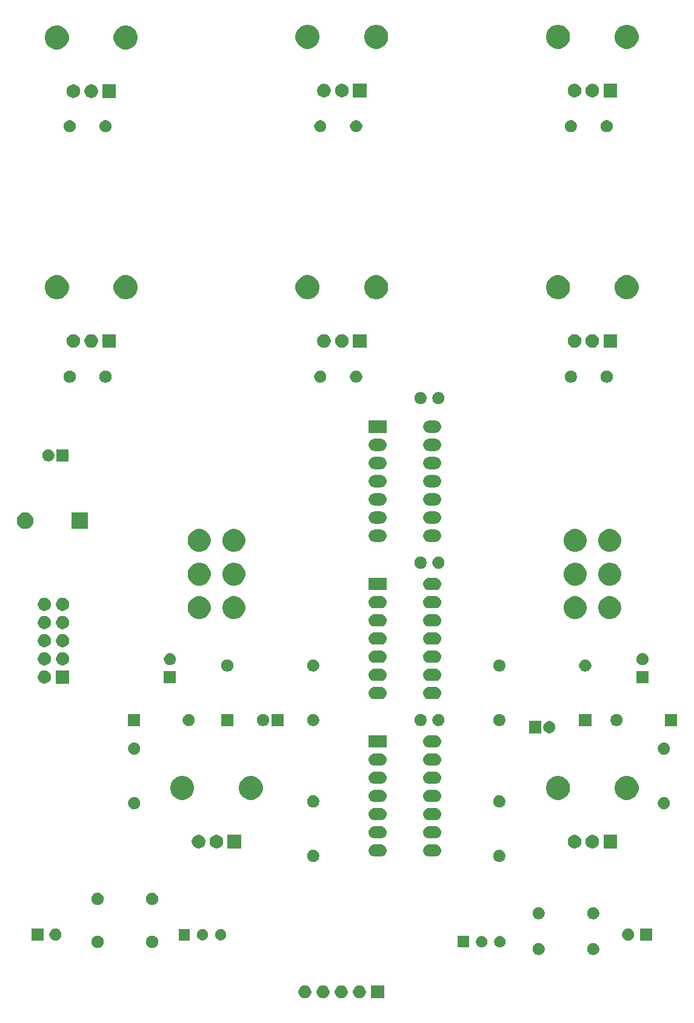
<source format=gbr>
G04 #@! TF.GenerationSoftware,KiCad,Pcbnew,5.1.6-c6e7f7d~87~ubuntu20.04.1*
G04 #@! TF.CreationDate,2020-11-04T13:05:29-05:00*
G04 #@! TF.ProjectId,noisebells,6e6f6973-6562-4656-9c6c-732e6b696361,rev?*
G04 #@! TF.SameCoordinates,Original*
G04 #@! TF.FileFunction,Soldermask,Top*
G04 #@! TF.FilePolarity,Negative*
%FSLAX46Y46*%
G04 Gerber Fmt 4.6, Leading zero omitted, Abs format (unit mm)*
G04 Created by KiCad (PCBNEW 5.1.6-c6e7f7d~87~ubuntu20.04.1) date 2020-11-04 13:05:29*
%MOMM*%
%LPD*%
G01*
G04 APERTURE LIST*
%ADD10C,0.100000*%
G04 APERTURE END LIST*
D10*
G36*
X212901000Y-207301000D02*
G01*
X211099000Y-207301000D01*
X211099000Y-205499000D01*
X212901000Y-205499000D01*
X212901000Y-207301000D01*
G37*
G36*
X209573512Y-205503927D02*
G01*
X209722812Y-205533624D01*
X209886784Y-205601544D01*
X210034354Y-205700147D01*
X210159853Y-205825646D01*
X210258456Y-205973216D01*
X210326376Y-206137188D01*
X210361000Y-206311259D01*
X210361000Y-206488741D01*
X210326376Y-206662812D01*
X210258456Y-206826784D01*
X210159853Y-206974354D01*
X210034354Y-207099853D01*
X209886784Y-207198456D01*
X209722812Y-207266376D01*
X209573512Y-207296073D01*
X209548742Y-207301000D01*
X209371258Y-207301000D01*
X209346488Y-207296073D01*
X209197188Y-207266376D01*
X209033216Y-207198456D01*
X208885646Y-207099853D01*
X208760147Y-206974354D01*
X208661544Y-206826784D01*
X208593624Y-206662812D01*
X208559000Y-206488741D01*
X208559000Y-206311259D01*
X208593624Y-206137188D01*
X208661544Y-205973216D01*
X208760147Y-205825646D01*
X208885646Y-205700147D01*
X209033216Y-205601544D01*
X209197188Y-205533624D01*
X209346488Y-205503927D01*
X209371258Y-205499000D01*
X209548742Y-205499000D01*
X209573512Y-205503927D01*
G37*
G36*
X207033512Y-205503927D02*
G01*
X207182812Y-205533624D01*
X207346784Y-205601544D01*
X207494354Y-205700147D01*
X207619853Y-205825646D01*
X207718456Y-205973216D01*
X207786376Y-206137188D01*
X207821000Y-206311259D01*
X207821000Y-206488741D01*
X207786376Y-206662812D01*
X207718456Y-206826784D01*
X207619853Y-206974354D01*
X207494354Y-207099853D01*
X207346784Y-207198456D01*
X207182812Y-207266376D01*
X207033512Y-207296073D01*
X207008742Y-207301000D01*
X206831258Y-207301000D01*
X206806488Y-207296073D01*
X206657188Y-207266376D01*
X206493216Y-207198456D01*
X206345646Y-207099853D01*
X206220147Y-206974354D01*
X206121544Y-206826784D01*
X206053624Y-206662812D01*
X206019000Y-206488741D01*
X206019000Y-206311259D01*
X206053624Y-206137188D01*
X206121544Y-205973216D01*
X206220147Y-205825646D01*
X206345646Y-205700147D01*
X206493216Y-205601544D01*
X206657188Y-205533624D01*
X206806488Y-205503927D01*
X206831258Y-205499000D01*
X207008742Y-205499000D01*
X207033512Y-205503927D01*
G37*
G36*
X201953512Y-205503927D02*
G01*
X202102812Y-205533624D01*
X202266784Y-205601544D01*
X202414354Y-205700147D01*
X202539853Y-205825646D01*
X202638456Y-205973216D01*
X202706376Y-206137188D01*
X202741000Y-206311259D01*
X202741000Y-206488741D01*
X202706376Y-206662812D01*
X202638456Y-206826784D01*
X202539853Y-206974354D01*
X202414354Y-207099853D01*
X202266784Y-207198456D01*
X202102812Y-207266376D01*
X201953512Y-207296073D01*
X201928742Y-207301000D01*
X201751258Y-207301000D01*
X201726488Y-207296073D01*
X201577188Y-207266376D01*
X201413216Y-207198456D01*
X201265646Y-207099853D01*
X201140147Y-206974354D01*
X201041544Y-206826784D01*
X200973624Y-206662812D01*
X200939000Y-206488741D01*
X200939000Y-206311259D01*
X200973624Y-206137188D01*
X201041544Y-205973216D01*
X201140147Y-205825646D01*
X201265646Y-205700147D01*
X201413216Y-205601544D01*
X201577188Y-205533624D01*
X201726488Y-205503927D01*
X201751258Y-205499000D01*
X201928742Y-205499000D01*
X201953512Y-205503927D01*
G37*
G36*
X204493512Y-205503927D02*
G01*
X204642812Y-205533624D01*
X204806784Y-205601544D01*
X204954354Y-205700147D01*
X205079853Y-205825646D01*
X205178456Y-205973216D01*
X205246376Y-206137188D01*
X205281000Y-206311259D01*
X205281000Y-206488741D01*
X205246376Y-206662812D01*
X205178456Y-206826784D01*
X205079853Y-206974354D01*
X204954354Y-207099853D01*
X204806784Y-207198456D01*
X204642812Y-207266376D01*
X204493512Y-207296073D01*
X204468742Y-207301000D01*
X204291258Y-207301000D01*
X204266488Y-207296073D01*
X204117188Y-207266376D01*
X203953216Y-207198456D01*
X203805646Y-207099853D01*
X203680147Y-206974354D01*
X203581544Y-206826784D01*
X203513624Y-206662812D01*
X203479000Y-206488741D01*
X203479000Y-206311259D01*
X203513624Y-206137188D01*
X203581544Y-205973216D01*
X203680147Y-205825646D01*
X203805646Y-205700147D01*
X203953216Y-205601544D01*
X204117188Y-205533624D01*
X204266488Y-205503927D01*
X204291258Y-205499000D01*
X204468742Y-205499000D01*
X204493512Y-205503927D01*
G37*
G36*
X242368228Y-199581703D02*
G01*
X242523100Y-199645853D01*
X242662481Y-199738985D01*
X242781015Y-199857519D01*
X242874147Y-199996900D01*
X242938297Y-200151772D01*
X242971000Y-200316184D01*
X242971000Y-200483816D01*
X242938297Y-200648228D01*
X242874147Y-200803100D01*
X242781015Y-200942481D01*
X242662481Y-201061015D01*
X242523100Y-201154147D01*
X242368228Y-201218297D01*
X242203816Y-201251000D01*
X242036184Y-201251000D01*
X241871772Y-201218297D01*
X241716900Y-201154147D01*
X241577519Y-201061015D01*
X241458985Y-200942481D01*
X241365853Y-200803100D01*
X241301703Y-200648228D01*
X241269000Y-200483816D01*
X241269000Y-200316184D01*
X241301703Y-200151772D01*
X241365853Y-199996900D01*
X241458985Y-199857519D01*
X241577519Y-199738985D01*
X241716900Y-199645853D01*
X241871772Y-199581703D01*
X242036184Y-199549000D01*
X242203816Y-199549000D01*
X242368228Y-199581703D01*
G37*
G36*
X234748228Y-199581703D02*
G01*
X234903100Y-199645853D01*
X235042481Y-199738985D01*
X235161015Y-199857519D01*
X235254147Y-199996900D01*
X235318297Y-200151772D01*
X235351000Y-200316184D01*
X235351000Y-200483816D01*
X235318297Y-200648228D01*
X235254147Y-200803100D01*
X235161015Y-200942481D01*
X235042481Y-201061015D01*
X234903100Y-201154147D01*
X234748228Y-201218297D01*
X234583816Y-201251000D01*
X234416184Y-201251000D01*
X234251772Y-201218297D01*
X234096900Y-201154147D01*
X233957519Y-201061015D01*
X233838985Y-200942481D01*
X233745853Y-200803100D01*
X233681703Y-200648228D01*
X233649000Y-200483816D01*
X233649000Y-200316184D01*
X233681703Y-200151772D01*
X233745853Y-199996900D01*
X233838985Y-199857519D01*
X233957519Y-199738985D01*
X234096900Y-199645853D01*
X234251772Y-199581703D01*
X234416184Y-199549000D01*
X234583816Y-199549000D01*
X234748228Y-199581703D01*
G37*
G36*
X173128228Y-198581703D02*
G01*
X173283100Y-198645853D01*
X173422481Y-198738985D01*
X173541015Y-198857519D01*
X173634147Y-198996900D01*
X173698297Y-199151772D01*
X173731000Y-199316184D01*
X173731000Y-199483816D01*
X173698297Y-199648228D01*
X173634147Y-199803100D01*
X173541015Y-199942481D01*
X173422481Y-200061015D01*
X173283100Y-200154147D01*
X173128228Y-200218297D01*
X172963816Y-200251000D01*
X172796184Y-200251000D01*
X172631772Y-200218297D01*
X172476900Y-200154147D01*
X172337519Y-200061015D01*
X172218985Y-199942481D01*
X172125853Y-199803100D01*
X172061703Y-199648228D01*
X172029000Y-199483816D01*
X172029000Y-199316184D01*
X172061703Y-199151772D01*
X172125853Y-198996900D01*
X172218985Y-198857519D01*
X172337519Y-198738985D01*
X172476900Y-198645853D01*
X172631772Y-198581703D01*
X172796184Y-198549000D01*
X172963816Y-198549000D01*
X173128228Y-198581703D01*
G37*
G36*
X180748228Y-198581703D02*
G01*
X180903100Y-198645853D01*
X181042481Y-198738985D01*
X181161015Y-198857519D01*
X181254147Y-198996900D01*
X181318297Y-199151772D01*
X181351000Y-199316184D01*
X181351000Y-199483816D01*
X181318297Y-199648228D01*
X181254147Y-199803100D01*
X181161015Y-199942481D01*
X181042481Y-200061015D01*
X180903100Y-200154147D01*
X180748228Y-200218297D01*
X180583816Y-200251000D01*
X180416184Y-200251000D01*
X180251772Y-200218297D01*
X180096900Y-200154147D01*
X179957519Y-200061015D01*
X179838985Y-199942481D01*
X179745853Y-199803100D01*
X179681703Y-199648228D01*
X179649000Y-199483816D01*
X179649000Y-199316184D01*
X179681703Y-199151772D01*
X179745853Y-198996900D01*
X179838985Y-198857519D01*
X179957519Y-198738985D01*
X180096900Y-198645853D01*
X180251772Y-198581703D01*
X180416184Y-198549000D01*
X180583816Y-198549000D01*
X180748228Y-198581703D01*
G37*
G36*
X224801000Y-200201000D02*
G01*
X223199000Y-200201000D01*
X223199000Y-198599000D01*
X224801000Y-198599000D01*
X224801000Y-200201000D01*
G37*
G36*
X226773642Y-198629781D02*
G01*
X226919414Y-198690162D01*
X226919416Y-198690163D01*
X227050608Y-198777822D01*
X227162178Y-198889392D01*
X227234012Y-198996900D01*
X227249838Y-199020586D01*
X227310219Y-199166358D01*
X227341000Y-199321107D01*
X227341000Y-199478893D01*
X227310219Y-199633642D01*
X227266584Y-199738985D01*
X227249837Y-199779416D01*
X227162178Y-199910608D01*
X227050608Y-200022178D01*
X226919416Y-200109837D01*
X226919415Y-200109838D01*
X226919414Y-200109838D01*
X226773642Y-200170219D01*
X226618893Y-200201000D01*
X226461107Y-200201000D01*
X226306358Y-200170219D01*
X226160586Y-200109838D01*
X226160585Y-200109838D01*
X226160584Y-200109837D01*
X226029392Y-200022178D01*
X225917822Y-199910608D01*
X225830163Y-199779416D01*
X225813416Y-199738985D01*
X225769781Y-199633642D01*
X225739000Y-199478893D01*
X225739000Y-199321107D01*
X225769781Y-199166358D01*
X225830162Y-199020586D01*
X225845988Y-198996900D01*
X225917822Y-198889392D01*
X226029392Y-198777822D01*
X226160584Y-198690163D01*
X226160586Y-198690162D01*
X226306358Y-198629781D01*
X226461107Y-198599000D01*
X226618893Y-198599000D01*
X226773642Y-198629781D01*
G37*
G36*
X229313642Y-198629781D02*
G01*
X229459414Y-198690162D01*
X229459416Y-198690163D01*
X229590608Y-198777822D01*
X229702178Y-198889392D01*
X229774012Y-198996900D01*
X229789838Y-199020586D01*
X229850219Y-199166358D01*
X229881000Y-199321107D01*
X229881000Y-199478893D01*
X229850219Y-199633642D01*
X229806584Y-199738985D01*
X229789837Y-199779416D01*
X229702178Y-199910608D01*
X229590608Y-200022178D01*
X229459416Y-200109837D01*
X229459415Y-200109838D01*
X229459414Y-200109838D01*
X229313642Y-200170219D01*
X229158893Y-200201000D01*
X229001107Y-200201000D01*
X228846358Y-200170219D01*
X228700586Y-200109838D01*
X228700585Y-200109838D01*
X228700584Y-200109837D01*
X228569392Y-200022178D01*
X228457822Y-199910608D01*
X228370163Y-199779416D01*
X228353416Y-199738985D01*
X228309781Y-199633642D01*
X228279000Y-199478893D01*
X228279000Y-199321107D01*
X228309781Y-199166358D01*
X228370162Y-199020586D01*
X228385988Y-198996900D01*
X228457822Y-198889392D01*
X228569392Y-198777822D01*
X228700584Y-198690163D01*
X228700586Y-198690162D01*
X228846358Y-198629781D01*
X229001107Y-198599000D01*
X229158893Y-198599000D01*
X229313642Y-198629781D01*
G37*
G36*
X247248228Y-197581703D02*
G01*
X247403100Y-197645853D01*
X247542481Y-197738985D01*
X247661015Y-197857519D01*
X247754147Y-197996900D01*
X247818297Y-198151772D01*
X247851000Y-198316184D01*
X247851000Y-198483816D01*
X247818297Y-198648228D01*
X247754147Y-198803100D01*
X247661015Y-198942481D01*
X247542481Y-199061015D01*
X247403100Y-199154147D01*
X247248228Y-199218297D01*
X247083816Y-199251000D01*
X246916184Y-199251000D01*
X246751772Y-199218297D01*
X246596900Y-199154147D01*
X246457519Y-199061015D01*
X246338985Y-198942481D01*
X246245853Y-198803100D01*
X246181703Y-198648228D01*
X246149000Y-198483816D01*
X246149000Y-198316184D01*
X246181703Y-198151772D01*
X246245853Y-197996900D01*
X246338985Y-197857519D01*
X246457519Y-197738985D01*
X246596900Y-197645853D01*
X246751772Y-197581703D01*
X246916184Y-197549000D01*
X247083816Y-197549000D01*
X247248228Y-197581703D01*
G37*
G36*
X250351000Y-199251000D02*
G01*
X248649000Y-199251000D01*
X248649000Y-197549000D01*
X250351000Y-197549000D01*
X250351000Y-199251000D01*
G37*
G36*
X167248228Y-197581703D02*
G01*
X167403100Y-197645853D01*
X167542481Y-197738985D01*
X167661015Y-197857519D01*
X167754147Y-197996900D01*
X167818297Y-198151772D01*
X167851000Y-198316184D01*
X167851000Y-198483816D01*
X167818297Y-198648228D01*
X167754147Y-198803100D01*
X167661015Y-198942481D01*
X167542481Y-199061015D01*
X167403100Y-199154147D01*
X167248228Y-199218297D01*
X167083816Y-199251000D01*
X166916184Y-199251000D01*
X166751772Y-199218297D01*
X166596900Y-199154147D01*
X166457519Y-199061015D01*
X166338985Y-198942481D01*
X166245853Y-198803100D01*
X166181703Y-198648228D01*
X166149000Y-198483816D01*
X166149000Y-198316184D01*
X166181703Y-198151772D01*
X166245853Y-197996900D01*
X166338985Y-197857519D01*
X166457519Y-197738985D01*
X166596900Y-197645853D01*
X166751772Y-197581703D01*
X166916184Y-197549000D01*
X167083816Y-197549000D01*
X167248228Y-197581703D01*
G37*
G36*
X165351000Y-199251000D02*
G01*
X163649000Y-199251000D01*
X163649000Y-197549000D01*
X165351000Y-197549000D01*
X165351000Y-199251000D01*
G37*
G36*
X190313642Y-197629781D02*
G01*
X190459414Y-197690162D01*
X190459416Y-197690163D01*
X190590608Y-197777822D01*
X190702178Y-197889392D01*
X190774012Y-197996900D01*
X190789838Y-198020586D01*
X190850219Y-198166358D01*
X190881000Y-198321107D01*
X190881000Y-198478893D01*
X190850219Y-198633642D01*
X190826807Y-198690163D01*
X190789837Y-198779416D01*
X190702178Y-198910608D01*
X190590608Y-199022178D01*
X190459416Y-199109837D01*
X190459415Y-199109838D01*
X190459414Y-199109838D01*
X190313642Y-199170219D01*
X190158893Y-199201000D01*
X190001107Y-199201000D01*
X189846358Y-199170219D01*
X189700586Y-199109838D01*
X189700585Y-199109838D01*
X189700584Y-199109837D01*
X189569392Y-199022178D01*
X189457822Y-198910608D01*
X189370163Y-198779416D01*
X189333193Y-198690163D01*
X189309781Y-198633642D01*
X189279000Y-198478893D01*
X189279000Y-198321107D01*
X189309781Y-198166358D01*
X189370162Y-198020586D01*
X189385988Y-197996900D01*
X189457822Y-197889392D01*
X189569392Y-197777822D01*
X189700584Y-197690163D01*
X189700586Y-197690162D01*
X189846358Y-197629781D01*
X190001107Y-197599000D01*
X190158893Y-197599000D01*
X190313642Y-197629781D01*
G37*
G36*
X185801000Y-199201000D02*
G01*
X184199000Y-199201000D01*
X184199000Y-197599000D01*
X185801000Y-197599000D01*
X185801000Y-199201000D01*
G37*
G36*
X187773642Y-197629781D02*
G01*
X187919414Y-197690162D01*
X187919416Y-197690163D01*
X188050608Y-197777822D01*
X188162178Y-197889392D01*
X188234012Y-197996900D01*
X188249838Y-198020586D01*
X188310219Y-198166358D01*
X188341000Y-198321107D01*
X188341000Y-198478893D01*
X188310219Y-198633642D01*
X188286807Y-198690163D01*
X188249837Y-198779416D01*
X188162178Y-198910608D01*
X188050608Y-199022178D01*
X187919416Y-199109837D01*
X187919415Y-199109838D01*
X187919414Y-199109838D01*
X187773642Y-199170219D01*
X187618893Y-199201000D01*
X187461107Y-199201000D01*
X187306358Y-199170219D01*
X187160586Y-199109838D01*
X187160585Y-199109838D01*
X187160584Y-199109837D01*
X187029392Y-199022178D01*
X186917822Y-198910608D01*
X186830163Y-198779416D01*
X186793193Y-198690163D01*
X186769781Y-198633642D01*
X186739000Y-198478893D01*
X186739000Y-198321107D01*
X186769781Y-198166358D01*
X186830162Y-198020586D01*
X186845988Y-197996900D01*
X186917822Y-197889392D01*
X187029392Y-197777822D01*
X187160584Y-197690163D01*
X187160586Y-197690162D01*
X187306358Y-197629781D01*
X187461107Y-197599000D01*
X187618893Y-197599000D01*
X187773642Y-197629781D01*
G37*
G36*
X234748228Y-194581703D02*
G01*
X234903100Y-194645853D01*
X235042481Y-194738985D01*
X235161015Y-194857519D01*
X235254147Y-194996900D01*
X235318297Y-195151772D01*
X235351000Y-195316184D01*
X235351000Y-195483816D01*
X235318297Y-195648228D01*
X235254147Y-195803100D01*
X235161015Y-195942481D01*
X235042481Y-196061015D01*
X234903100Y-196154147D01*
X234748228Y-196218297D01*
X234583816Y-196251000D01*
X234416184Y-196251000D01*
X234251772Y-196218297D01*
X234096900Y-196154147D01*
X233957519Y-196061015D01*
X233838985Y-195942481D01*
X233745853Y-195803100D01*
X233681703Y-195648228D01*
X233649000Y-195483816D01*
X233649000Y-195316184D01*
X233681703Y-195151772D01*
X233745853Y-194996900D01*
X233838985Y-194857519D01*
X233957519Y-194738985D01*
X234096900Y-194645853D01*
X234251772Y-194581703D01*
X234416184Y-194549000D01*
X234583816Y-194549000D01*
X234748228Y-194581703D01*
G37*
G36*
X242368228Y-194581703D02*
G01*
X242523100Y-194645853D01*
X242662481Y-194738985D01*
X242781015Y-194857519D01*
X242874147Y-194996900D01*
X242938297Y-195151772D01*
X242971000Y-195316184D01*
X242971000Y-195483816D01*
X242938297Y-195648228D01*
X242874147Y-195803100D01*
X242781015Y-195942481D01*
X242662481Y-196061015D01*
X242523100Y-196154147D01*
X242368228Y-196218297D01*
X242203816Y-196251000D01*
X242036184Y-196251000D01*
X241871772Y-196218297D01*
X241716900Y-196154147D01*
X241577519Y-196061015D01*
X241458985Y-195942481D01*
X241365853Y-195803100D01*
X241301703Y-195648228D01*
X241269000Y-195483816D01*
X241269000Y-195316184D01*
X241301703Y-195151772D01*
X241365853Y-194996900D01*
X241458985Y-194857519D01*
X241577519Y-194738985D01*
X241716900Y-194645853D01*
X241871772Y-194581703D01*
X242036184Y-194549000D01*
X242203816Y-194549000D01*
X242368228Y-194581703D01*
G37*
G36*
X180748228Y-192581703D02*
G01*
X180903100Y-192645853D01*
X181042481Y-192738985D01*
X181161015Y-192857519D01*
X181254147Y-192996900D01*
X181318297Y-193151772D01*
X181351000Y-193316184D01*
X181351000Y-193483816D01*
X181318297Y-193648228D01*
X181254147Y-193803100D01*
X181161015Y-193942481D01*
X181042481Y-194061015D01*
X180903100Y-194154147D01*
X180748228Y-194218297D01*
X180583816Y-194251000D01*
X180416184Y-194251000D01*
X180251772Y-194218297D01*
X180096900Y-194154147D01*
X179957519Y-194061015D01*
X179838985Y-193942481D01*
X179745853Y-193803100D01*
X179681703Y-193648228D01*
X179649000Y-193483816D01*
X179649000Y-193316184D01*
X179681703Y-193151772D01*
X179745853Y-192996900D01*
X179838985Y-192857519D01*
X179957519Y-192738985D01*
X180096900Y-192645853D01*
X180251772Y-192581703D01*
X180416184Y-192549000D01*
X180583816Y-192549000D01*
X180748228Y-192581703D01*
G37*
G36*
X173128228Y-192581703D02*
G01*
X173283100Y-192645853D01*
X173422481Y-192738985D01*
X173541015Y-192857519D01*
X173634147Y-192996900D01*
X173698297Y-193151772D01*
X173731000Y-193316184D01*
X173731000Y-193483816D01*
X173698297Y-193648228D01*
X173634147Y-193803100D01*
X173541015Y-193942481D01*
X173422481Y-194061015D01*
X173283100Y-194154147D01*
X173128228Y-194218297D01*
X172963816Y-194251000D01*
X172796184Y-194251000D01*
X172631772Y-194218297D01*
X172476900Y-194154147D01*
X172337519Y-194061015D01*
X172218985Y-193942481D01*
X172125853Y-193803100D01*
X172061703Y-193648228D01*
X172029000Y-193483816D01*
X172029000Y-193316184D01*
X172061703Y-193151772D01*
X172125853Y-192996900D01*
X172218985Y-192857519D01*
X172337519Y-192738985D01*
X172476900Y-192645853D01*
X172631772Y-192581703D01*
X172796184Y-192549000D01*
X172963816Y-192549000D01*
X173128228Y-192581703D01*
G37*
G36*
X203248228Y-186581703D02*
G01*
X203403100Y-186645853D01*
X203542481Y-186738985D01*
X203661015Y-186857519D01*
X203754147Y-186996900D01*
X203818297Y-187151772D01*
X203851000Y-187316184D01*
X203851000Y-187483816D01*
X203818297Y-187648228D01*
X203754147Y-187803100D01*
X203661015Y-187942481D01*
X203542481Y-188061015D01*
X203403100Y-188154147D01*
X203248228Y-188218297D01*
X203083816Y-188251000D01*
X202916184Y-188251000D01*
X202751772Y-188218297D01*
X202596900Y-188154147D01*
X202457519Y-188061015D01*
X202338985Y-187942481D01*
X202245853Y-187803100D01*
X202181703Y-187648228D01*
X202149000Y-187483816D01*
X202149000Y-187316184D01*
X202181703Y-187151772D01*
X202245853Y-186996900D01*
X202338985Y-186857519D01*
X202457519Y-186738985D01*
X202596900Y-186645853D01*
X202751772Y-186581703D01*
X202916184Y-186549000D01*
X203083816Y-186549000D01*
X203248228Y-186581703D01*
G37*
G36*
X229248228Y-186581703D02*
G01*
X229403100Y-186645853D01*
X229542481Y-186738985D01*
X229661015Y-186857519D01*
X229754147Y-186996900D01*
X229818297Y-187151772D01*
X229851000Y-187316184D01*
X229851000Y-187483816D01*
X229818297Y-187648228D01*
X229754147Y-187803100D01*
X229661015Y-187942481D01*
X229542481Y-188061015D01*
X229403100Y-188154147D01*
X229248228Y-188218297D01*
X229083816Y-188251000D01*
X228916184Y-188251000D01*
X228751772Y-188218297D01*
X228596900Y-188154147D01*
X228457519Y-188061015D01*
X228338985Y-187942481D01*
X228245853Y-187803100D01*
X228181703Y-187648228D01*
X228149000Y-187483816D01*
X228149000Y-187316184D01*
X228181703Y-187151772D01*
X228245853Y-186996900D01*
X228338985Y-186857519D01*
X228457519Y-186738985D01*
X228596900Y-186645853D01*
X228751772Y-186581703D01*
X228916184Y-186549000D01*
X229083816Y-186549000D01*
X229248228Y-186581703D01*
G37*
G36*
X220186823Y-185801313D02*
G01*
X220347242Y-185849976D01*
X220479906Y-185920886D01*
X220495078Y-185928996D01*
X220624659Y-186035341D01*
X220731004Y-186164922D01*
X220731005Y-186164924D01*
X220810024Y-186312758D01*
X220810025Y-186312761D01*
X220819083Y-186342620D01*
X220858687Y-186473177D01*
X220875117Y-186640000D01*
X220858687Y-186806823D01*
X220810024Y-186967242D01*
X220739114Y-187099906D01*
X220731004Y-187115078D01*
X220624659Y-187244659D01*
X220495078Y-187351004D01*
X220495076Y-187351005D01*
X220347242Y-187430024D01*
X220186823Y-187478687D01*
X220061804Y-187491000D01*
X219178196Y-187491000D01*
X219053177Y-187478687D01*
X218892758Y-187430024D01*
X218744924Y-187351005D01*
X218744922Y-187351004D01*
X218615341Y-187244659D01*
X218508996Y-187115078D01*
X218500886Y-187099906D01*
X218429976Y-186967242D01*
X218381313Y-186806823D01*
X218364883Y-186640000D01*
X218381313Y-186473177D01*
X218420917Y-186342620D01*
X218429975Y-186312761D01*
X218429976Y-186312758D01*
X218508995Y-186164924D01*
X218508996Y-186164922D01*
X218615341Y-186035341D01*
X218744922Y-185928996D01*
X218760094Y-185920886D01*
X218892758Y-185849976D01*
X219053177Y-185801313D01*
X219178196Y-185789000D01*
X220061804Y-185789000D01*
X220186823Y-185801313D01*
G37*
G36*
X212566823Y-185801313D02*
G01*
X212727242Y-185849976D01*
X212859906Y-185920886D01*
X212875078Y-185928996D01*
X213004659Y-186035341D01*
X213111004Y-186164922D01*
X213111005Y-186164924D01*
X213190024Y-186312758D01*
X213190025Y-186312761D01*
X213199083Y-186342620D01*
X213238687Y-186473177D01*
X213255117Y-186640000D01*
X213238687Y-186806823D01*
X213190024Y-186967242D01*
X213119114Y-187099906D01*
X213111004Y-187115078D01*
X213004659Y-187244659D01*
X212875078Y-187351004D01*
X212875076Y-187351005D01*
X212727242Y-187430024D01*
X212566823Y-187478687D01*
X212441804Y-187491000D01*
X211558196Y-187491000D01*
X211433177Y-187478687D01*
X211272758Y-187430024D01*
X211124924Y-187351005D01*
X211124922Y-187351004D01*
X210995341Y-187244659D01*
X210888996Y-187115078D01*
X210880886Y-187099906D01*
X210809976Y-186967242D01*
X210761313Y-186806823D01*
X210744883Y-186640000D01*
X210761313Y-186473177D01*
X210800917Y-186342620D01*
X210809975Y-186312761D01*
X210809976Y-186312758D01*
X210888995Y-186164924D01*
X210888996Y-186164922D01*
X210995341Y-186035341D01*
X211124922Y-185928996D01*
X211140094Y-185920886D01*
X211272758Y-185849976D01*
X211433177Y-185801313D01*
X211558196Y-185789000D01*
X212441804Y-185789000D01*
X212566823Y-185801313D01*
G37*
G36*
X239777395Y-184485546D02*
G01*
X239950466Y-184557234D01*
X239950467Y-184557235D01*
X240106227Y-184661310D01*
X240238690Y-184793773D01*
X240238691Y-184793775D01*
X240342766Y-184949534D01*
X240414454Y-185122605D01*
X240451000Y-185306333D01*
X240451000Y-185493667D01*
X240414454Y-185677395D01*
X240342766Y-185850466D01*
X240342765Y-185850467D01*
X240238690Y-186006227D01*
X240106227Y-186138690D01*
X240066968Y-186164922D01*
X239950466Y-186242766D01*
X239777395Y-186314454D01*
X239593667Y-186351000D01*
X239406333Y-186351000D01*
X239222605Y-186314454D01*
X239049534Y-186242766D01*
X238933032Y-186164922D01*
X238893773Y-186138690D01*
X238761310Y-186006227D01*
X238657235Y-185850467D01*
X238657234Y-185850466D01*
X238585546Y-185677395D01*
X238549000Y-185493667D01*
X238549000Y-185306333D01*
X238585546Y-185122605D01*
X238657234Y-184949534D01*
X238761309Y-184793775D01*
X238761310Y-184793773D01*
X238893773Y-184661310D01*
X239049533Y-184557235D01*
X239049534Y-184557234D01*
X239222605Y-184485546D01*
X239406333Y-184449000D01*
X239593667Y-184449000D01*
X239777395Y-184485546D01*
G37*
G36*
X242277395Y-184485546D02*
G01*
X242450466Y-184557234D01*
X242450467Y-184557235D01*
X242606227Y-184661310D01*
X242738690Y-184793773D01*
X242738691Y-184793775D01*
X242842766Y-184949534D01*
X242914454Y-185122605D01*
X242951000Y-185306333D01*
X242951000Y-185493667D01*
X242914454Y-185677395D01*
X242842766Y-185850466D01*
X242842765Y-185850467D01*
X242738690Y-186006227D01*
X242606227Y-186138690D01*
X242566968Y-186164922D01*
X242450466Y-186242766D01*
X242277395Y-186314454D01*
X242093667Y-186351000D01*
X241906333Y-186351000D01*
X241722605Y-186314454D01*
X241549534Y-186242766D01*
X241433032Y-186164922D01*
X241393773Y-186138690D01*
X241261310Y-186006227D01*
X241157235Y-185850467D01*
X241157234Y-185850466D01*
X241085546Y-185677395D01*
X241049000Y-185493667D01*
X241049000Y-185306333D01*
X241085546Y-185122605D01*
X241157234Y-184949534D01*
X241261309Y-184793775D01*
X241261310Y-184793773D01*
X241393773Y-184661310D01*
X241549533Y-184557235D01*
X241549534Y-184557234D01*
X241722605Y-184485546D01*
X241906333Y-184449000D01*
X242093667Y-184449000D01*
X242277395Y-184485546D01*
G37*
G36*
X245451000Y-186351000D02*
G01*
X243549000Y-186351000D01*
X243549000Y-184449000D01*
X245451000Y-184449000D01*
X245451000Y-186351000D01*
G37*
G36*
X187277395Y-184485546D02*
G01*
X187450466Y-184557234D01*
X187450467Y-184557235D01*
X187606227Y-184661310D01*
X187738690Y-184793773D01*
X187738691Y-184793775D01*
X187842766Y-184949534D01*
X187914454Y-185122605D01*
X187951000Y-185306333D01*
X187951000Y-185493667D01*
X187914454Y-185677395D01*
X187842766Y-185850466D01*
X187842765Y-185850467D01*
X187738690Y-186006227D01*
X187606227Y-186138690D01*
X187566968Y-186164922D01*
X187450466Y-186242766D01*
X187277395Y-186314454D01*
X187093667Y-186351000D01*
X186906333Y-186351000D01*
X186722605Y-186314454D01*
X186549534Y-186242766D01*
X186433032Y-186164922D01*
X186393773Y-186138690D01*
X186261310Y-186006227D01*
X186157235Y-185850467D01*
X186157234Y-185850466D01*
X186085546Y-185677395D01*
X186049000Y-185493667D01*
X186049000Y-185306333D01*
X186085546Y-185122605D01*
X186157234Y-184949534D01*
X186261309Y-184793775D01*
X186261310Y-184793773D01*
X186393773Y-184661310D01*
X186549533Y-184557235D01*
X186549534Y-184557234D01*
X186722605Y-184485546D01*
X186906333Y-184449000D01*
X187093667Y-184449000D01*
X187277395Y-184485546D01*
G37*
G36*
X189777395Y-184485546D02*
G01*
X189950466Y-184557234D01*
X189950467Y-184557235D01*
X190106227Y-184661310D01*
X190238690Y-184793773D01*
X190238691Y-184793775D01*
X190342766Y-184949534D01*
X190414454Y-185122605D01*
X190451000Y-185306333D01*
X190451000Y-185493667D01*
X190414454Y-185677395D01*
X190342766Y-185850466D01*
X190342765Y-185850467D01*
X190238690Y-186006227D01*
X190106227Y-186138690D01*
X190066968Y-186164922D01*
X189950466Y-186242766D01*
X189777395Y-186314454D01*
X189593667Y-186351000D01*
X189406333Y-186351000D01*
X189222605Y-186314454D01*
X189049534Y-186242766D01*
X188933032Y-186164922D01*
X188893773Y-186138690D01*
X188761310Y-186006227D01*
X188657235Y-185850467D01*
X188657234Y-185850466D01*
X188585546Y-185677395D01*
X188549000Y-185493667D01*
X188549000Y-185306333D01*
X188585546Y-185122605D01*
X188657234Y-184949534D01*
X188761309Y-184793775D01*
X188761310Y-184793773D01*
X188893773Y-184661310D01*
X189049533Y-184557235D01*
X189049534Y-184557234D01*
X189222605Y-184485546D01*
X189406333Y-184449000D01*
X189593667Y-184449000D01*
X189777395Y-184485546D01*
G37*
G36*
X192951000Y-186351000D02*
G01*
X191049000Y-186351000D01*
X191049000Y-184449000D01*
X192951000Y-184449000D01*
X192951000Y-186351000D01*
G37*
G36*
X220186823Y-183261313D02*
G01*
X220347242Y-183309976D01*
X220479906Y-183380886D01*
X220495078Y-183388996D01*
X220624659Y-183495341D01*
X220731004Y-183624922D01*
X220731005Y-183624924D01*
X220810024Y-183772758D01*
X220858687Y-183933177D01*
X220875117Y-184100000D01*
X220858687Y-184266823D01*
X220810024Y-184427242D01*
X220778859Y-184485547D01*
X220731004Y-184575078D01*
X220624659Y-184704659D01*
X220495078Y-184811004D01*
X220495076Y-184811005D01*
X220347242Y-184890024D01*
X220186823Y-184938687D01*
X220061804Y-184951000D01*
X219178196Y-184951000D01*
X219053177Y-184938687D01*
X218892758Y-184890024D01*
X218744924Y-184811005D01*
X218744922Y-184811004D01*
X218615341Y-184704659D01*
X218508996Y-184575078D01*
X218461141Y-184485547D01*
X218429976Y-184427242D01*
X218381313Y-184266823D01*
X218364883Y-184100000D01*
X218381313Y-183933177D01*
X218429976Y-183772758D01*
X218508995Y-183624924D01*
X218508996Y-183624922D01*
X218615341Y-183495341D01*
X218744922Y-183388996D01*
X218760094Y-183380886D01*
X218892758Y-183309976D01*
X219053177Y-183261313D01*
X219178196Y-183249000D01*
X220061804Y-183249000D01*
X220186823Y-183261313D01*
G37*
G36*
X212566823Y-183261313D02*
G01*
X212727242Y-183309976D01*
X212859906Y-183380886D01*
X212875078Y-183388996D01*
X213004659Y-183495341D01*
X213111004Y-183624922D01*
X213111005Y-183624924D01*
X213190024Y-183772758D01*
X213238687Y-183933177D01*
X213255117Y-184100000D01*
X213238687Y-184266823D01*
X213190024Y-184427242D01*
X213158859Y-184485547D01*
X213111004Y-184575078D01*
X213004659Y-184704659D01*
X212875078Y-184811004D01*
X212875076Y-184811005D01*
X212727242Y-184890024D01*
X212566823Y-184938687D01*
X212441804Y-184951000D01*
X211558196Y-184951000D01*
X211433177Y-184938687D01*
X211272758Y-184890024D01*
X211124924Y-184811005D01*
X211124922Y-184811004D01*
X210995341Y-184704659D01*
X210888996Y-184575078D01*
X210841141Y-184485547D01*
X210809976Y-184427242D01*
X210761313Y-184266823D01*
X210744883Y-184100000D01*
X210761313Y-183933177D01*
X210809976Y-183772758D01*
X210888995Y-183624924D01*
X210888996Y-183624922D01*
X210995341Y-183495341D01*
X211124922Y-183388996D01*
X211140094Y-183380886D01*
X211272758Y-183309976D01*
X211433177Y-183261313D01*
X211558196Y-183249000D01*
X212441804Y-183249000D01*
X212566823Y-183261313D01*
G37*
G36*
X220186823Y-180721313D02*
G01*
X220347242Y-180769976D01*
X220475058Y-180838295D01*
X220495078Y-180848996D01*
X220624659Y-180955341D01*
X220731004Y-181084922D01*
X220731005Y-181084924D01*
X220810024Y-181232758D01*
X220858687Y-181393177D01*
X220875117Y-181560000D01*
X220858687Y-181726823D01*
X220810024Y-181887242D01*
X220739114Y-182019906D01*
X220731004Y-182035078D01*
X220624659Y-182164659D01*
X220495078Y-182271004D01*
X220495076Y-182271005D01*
X220347242Y-182350024D01*
X220186823Y-182398687D01*
X220061804Y-182411000D01*
X219178196Y-182411000D01*
X219053177Y-182398687D01*
X218892758Y-182350024D01*
X218744924Y-182271005D01*
X218744922Y-182271004D01*
X218615341Y-182164659D01*
X218508996Y-182035078D01*
X218500886Y-182019906D01*
X218429976Y-181887242D01*
X218381313Y-181726823D01*
X218364883Y-181560000D01*
X218381313Y-181393177D01*
X218429976Y-181232758D01*
X218508995Y-181084924D01*
X218508996Y-181084922D01*
X218615341Y-180955341D01*
X218744922Y-180848996D01*
X218764942Y-180838295D01*
X218892758Y-180769976D01*
X219053177Y-180721313D01*
X219178196Y-180709000D01*
X220061804Y-180709000D01*
X220186823Y-180721313D01*
G37*
G36*
X212566823Y-180721313D02*
G01*
X212727242Y-180769976D01*
X212855058Y-180838295D01*
X212875078Y-180848996D01*
X213004659Y-180955341D01*
X213111004Y-181084922D01*
X213111005Y-181084924D01*
X213190024Y-181232758D01*
X213238687Y-181393177D01*
X213255117Y-181560000D01*
X213238687Y-181726823D01*
X213190024Y-181887242D01*
X213119114Y-182019906D01*
X213111004Y-182035078D01*
X213004659Y-182164659D01*
X212875078Y-182271004D01*
X212875076Y-182271005D01*
X212727242Y-182350024D01*
X212566823Y-182398687D01*
X212441804Y-182411000D01*
X211558196Y-182411000D01*
X211433177Y-182398687D01*
X211272758Y-182350024D01*
X211124924Y-182271005D01*
X211124922Y-182271004D01*
X210995341Y-182164659D01*
X210888996Y-182035078D01*
X210880886Y-182019906D01*
X210809976Y-181887242D01*
X210761313Y-181726823D01*
X210744883Y-181560000D01*
X210761313Y-181393177D01*
X210809976Y-181232758D01*
X210888995Y-181084924D01*
X210888996Y-181084922D01*
X210995341Y-180955341D01*
X211124922Y-180848996D01*
X211144942Y-180838295D01*
X211272758Y-180769976D01*
X211433177Y-180721313D01*
X211558196Y-180709000D01*
X212441804Y-180709000D01*
X212566823Y-180721313D01*
G37*
G36*
X178248228Y-179201703D02*
G01*
X178403100Y-179265853D01*
X178542481Y-179358985D01*
X178661015Y-179477519D01*
X178754147Y-179616900D01*
X178818297Y-179771772D01*
X178851000Y-179936184D01*
X178851000Y-180103816D01*
X178818297Y-180268228D01*
X178754147Y-180423100D01*
X178661015Y-180562481D01*
X178542481Y-180681015D01*
X178403100Y-180774147D01*
X178248228Y-180838297D01*
X178083816Y-180871000D01*
X177916184Y-180871000D01*
X177751772Y-180838297D01*
X177596900Y-180774147D01*
X177457519Y-180681015D01*
X177338985Y-180562481D01*
X177245853Y-180423100D01*
X177181703Y-180268228D01*
X177149000Y-180103816D01*
X177149000Y-179936184D01*
X177181703Y-179771772D01*
X177245853Y-179616900D01*
X177338985Y-179477519D01*
X177457519Y-179358985D01*
X177596900Y-179265853D01*
X177751772Y-179201703D01*
X177916184Y-179169000D01*
X178083816Y-179169000D01*
X178248228Y-179201703D01*
G37*
G36*
X252248228Y-179201703D02*
G01*
X252403100Y-179265853D01*
X252542481Y-179358985D01*
X252661015Y-179477519D01*
X252754147Y-179616900D01*
X252818297Y-179771772D01*
X252851000Y-179936184D01*
X252851000Y-180103816D01*
X252818297Y-180268228D01*
X252754147Y-180423100D01*
X252661015Y-180562481D01*
X252542481Y-180681015D01*
X252403100Y-180774147D01*
X252248228Y-180838297D01*
X252083816Y-180871000D01*
X251916184Y-180871000D01*
X251751772Y-180838297D01*
X251596900Y-180774147D01*
X251457519Y-180681015D01*
X251338985Y-180562481D01*
X251245853Y-180423100D01*
X251181703Y-180268228D01*
X251149000Y-180103816D01*
X251149000Y-179936184D01*
X251181703Y-179771772D01*
X251245853Y-179616900D01*
X251338985Y-179477519D01*
X251457519Y-179358985D01*
X251596900Y-179265853D01*
X251751772Y-179201703D01*
X251916184Y-179169000D01*
X252083816Y-179169000D01*
X252248228Y-179201703D01*
G37*
G36*
X203248228Y-178961703D02*
G01*
X203403100Y-179025853D01*
X203542481Y-179118985D01*
X203661015Y-179237519D01*
X203754147Y-179376900D01*
X203818297Y-179531772D01*
X203851000Y-179696184D01*
X203851000Y-179863816D01*
X203818297Y-180028228D01*
X203754147Y-180183100D01*
X203661015Y-180322481D01*
X203542481Y-180441015D01*
X203403100Y-180534147D01*
X203248228Y-180598297D01*
X203083816Y-180631000D01*
X202916184Y-180631000D01*
X202751772Y-180598297D01*
X202596900Y-180534147D01*
X202457519Y-180441015D01*
X202338985Y-180322481D01*
X202245853Y-180183100D01*
X202181703Y-180028228D01*
X202149000Y-179863816D01*
X202149000Y-179696184D01*
X202181703Y-179531772D01*
X202245853Y-179376900D01*
X202338985Y-179237519D01*
X202457519Y-179118985D01*
X202596900Y-179025853D01*
X202751772Y-178961703D01*
X202916184Y-178929000D01*
X203083816Y-178929000D01*
X203248228Y-178961703D01*
G37*
G36*
X229248228Y-178961703D02*
G01*
X229403100Y-179025853D01*
X229542481Y-179118985D01*
X229661015Y-179237519D01*
X229754147Y-179376900D01*
X229818297Y-179531772D01*
X229851000Y-179696184D01*
X229851000Y-179863816D01*
X229818297Y-180028228D01*
X229754147Y-180183100D01*
X229661015Y-180322481D01*
X229542481Y-180441015D01*
X229403100Y-180534147D01*
X229248228Y-180598297D01*
X229083816Y-180631000D01*
X228916184Y-180631000D01*
X228751772Y-180598297D01*
X228596900Y-180534147D01*
X228457519Y-180441015D01*
X228338985Y-180322481D01*
X228245853Y-180183100D01*
X228181703Y-180028228D01*
X228149000Y-179863816D01*
X228149000Y-179696184D01*
X228181703Y-179531772D01*
X228245853Y-179376900D01*
X228338985Y-179237519D01*
X228457519Y-179118985D01*
X228596900Y-179025853D01*
X228751772Y-178961703D01*
X228916184Y-178929000D01*
X229083816Y-178929000D01*
X229248228Y-178961703D01*
G37*
G36*
X212566823Y-178181313D02*
G01*
X212727242Y-178229976D01*
X212859906Y-178300886D01*
X212875078Y-178308996D01*
X213004659Y-178415341D01*
X213111004Y-178544922D01*
X213111005Y-178544924D01*
X213190024Y-178692758D01*
X213238687Y-178853177D01*
X213255117Y-179020000D01*
X213238687Y-179186823D01*
X213190024Y-179347242D01*
X213172075Y-179380822D01*
X213111004Y-179495078D01*
X213004659Y-179624659D01*
X212875078Y-179731004D01*
X212875076Y-179731005D01*
X212727242Y-179810024D01*
X212566823Y-179858687D01*
X212441804Y-179871000D01*
X211558196Y-179871000D01*
X211433177Y-179858687D01*
X211272758Y-179810024D01*
X211124924Y-179731005D01*
X211124922Y-179731004D01*
X210995341Y-179624659D01*
X210888996Y-179495078D01*
X210827925Y-179380822D01*
X210809976Y-179347242D01*
X210761313Y-179186823D01*
X210744883Y-179020000D01*
X210761313Y-178853177D01*
X210809976Y-178692758D01*
X210888995Y-178544924D01*
X210888996Y-178544922D01*
X210995341Y-178415341D01*
X211124922Y-178308996D01*
X211140094Y-178300886D01*
X211272758Y-178229976D01*
X211433177Y-178181313D01*
X211558196Y-178169000D01*
X212441804Y-178169000D01*
X212566823Y-178181313D01*
G37*
G36*
X220186823Y-178181313D02*
G01*
X220347242Y-178229976D01*
X220479906Y-178300886D01*
X220495078Y-178308996D01*
X220624659Y-178415341D01*
X220731004Y-178544922D01*
X220731005Y-178544924D01*
X220810024Y-178692758D01*
X220858687Y-178853177D01*
X220875117Y-179020000D01*
X220858687Y-179186823D01*
X220810024Y-179347242D01*
X220792075Y-179380822D01*
X220731004Y-179495078D01*
X220624659Y-179624659D01*
X220495078Y-179731004D01*
X220495076Y-179731005D01*
X220347242Y-179810024D01*
X220186823Y-179858687D01*
X220061804Y-179871000D01*
X219178196Y-179871000D01*
X219053177Y-179858687D01*
X218892758Y-179810024D01*
X218744924Y-179731005D01*
X218744922Y-179731004D01*
X218615341Y-179624659D01*
X218508996Y-179495078D01*
X218447925Y-179380822D01*
X218429976Y-179347242D01*
X218381313Y-179186823D01*
X218364883Y-179020000D01*
X218381313Y-178853177D01*
X218429976Y-178692758D01*
X218508995Y-178544924D01*
X218508996Y-178544922D01*
X218615341Y-178415341D01*
X218744922Y-178308996D01*
X218760094Y-178300886D01*
X218892758Y-178229976D01*
X219053177Y-178181313D01*
X219178196Y-178169000D01*
X220061804Y-178169000D01*
X220186823Y-178181313D01*
G37*
G36*
X247287412Y-176293215D02*
G01*
X247591514Y-176419178D01*
X247865199Y-176602049D01*
X248097951Y-176834801D01*
X248280822Y-177108486D01*
X248406785Y-177412588D01*
X248471000Y-177735420D01*
X248471000Y-178064580D01*
X248406785Y-178387412D01*
X248280822Y-178691514D01*
X248097951Y-178965199D01*
X247865199Y-179197951D01*
X247591514Y-179380822D01*
X247287412Y-179506785D01*
X246964580Y-179571000D01*
X246635420Y-179571000D01*
X246312588Y-179506785D01*
X246008486Y-179380822D01*
X245734801Y-179197951D01*
X245502049Y-178965199D01*
X245319178Y-178691514D01*
X245193215Y-178387412D01*
X245129000Y-178064580D01*
X245129000Y-177735420D01*
X245193215Y-177412588D01*
X245319178Y-177108486D01*
X245502049Y-176834801D01*
X245734801Y-176602049D01*
X246008486Y-176419178D01*
X246312588Y-176293215D01*
X246635420Y-176229000D01*
X246964580Y-176229000D01*
X247287412Y-176293215D01*
G37*
G36*
X237687412Y-176293215D02*
G01*
X237991514Y-176419178D01*
X238265199Y-176602049D01*
X238497951Y-176834801D01*
X238680822Y-177108486D01*
X238806785Y-177412588D01*
X238871000Y-177735420D01*
X238871000Y-178064580D01*
X238806785Y-178387412D01*
X238680822Y-178691514D01*
X238497951Y-178965199D01*
X238265199Y-179197951D01*
X237991514Y-179380822D01*
X237687412Y-179506785D01*
X237364580Y-179571000D01*
X237035420Y-179571000D01*
X236712588Y-179506785D01*
X236408486Y-179380822D01*
X236134801Y-179197951D01*
X235902049Y-178965199D01*
X235719178Y-178691514D01*
X235593215Y-178387412D01*
X235529000Y-178064580D01*
X235529000Y-177735420D01*
X235593215Y-177412588D01*
X235719178Y-177108486D01*
X235902049Y-176834801D01*
X236134801Y-176602049D01*
X236408486Y-176419178D01*
X236712588Y-176293215D01*
X237035420Y-176229000D01*
X237364580Y-176229000D01*
X237687412Y-176293215D01*
G37*
G36*
X185187412Y-176293215D02*
G01*
X185491514Y-176419178D01*
X185765199Y-176602049D01*
X185997951Y-176834801D01*
X186180822Y-177108486D01*
X186306785Y-177412588D01*
X186371000Y-177735420D01*
X186371000Y-178064580D01*
X186306785Y-178387412D01*
X186180822Y-178691514D01*
X185997951Y-178965199D01*
X185765199Y-179197951D01*
X185491514Y-179380822D01*
X185187412Y-179506785D01*
X184864580Y-179571000D01*
X184535420Y-179571000D01*
X184212588Y-179506785D01*
X183908486Y-179380822D01*
X183634801Y-179197951D01*
X183402049Y-178965199D01*
X183219178Y-178691514D01*
X183093215Y-178387412D01*
X183029000Y-178064580D01*
X183029000Y-177735420D01*
X183093215Y-177412588D01*
X183219178Y-177108486D01*
X183402049Y-176834801D01*
X183634801Y-176602049D01*
X183908486Y-176419178D01*
X184212588Y-176293215D01*
X184535420Y-176229000D01*
X184864580Y-176229000D01*
X185187412Y-176293215D01*
G37*
G36*
X194787412Y-176293215D02*
G01*
X195091514Y-176419178D01*
X195365199Y-176602049D01*
X195597951Y-176834801D01*
X195780822Y-177108486D01*
X195906785Y-177412588D01*
X195971000Y-177735420D01*
X195971000Y-178064580D01*
X195906785Y-178387412D01*
X195780822Y-178691514D01*
X195597951Y-178965199D01*
X195365199Y-179197951D01*
X195091514Y-179380822D01*
X194787412Y-179506785D01*
X194464580Y-179571000D01*
X194135420Y-179571000D01*
X193812588Y-179506785D01*
X193508486Y-179380822D01*
X193234801Y-179197951D01*
X193002049Y-178965199D01*
X192819178Y-178691514D01*
X192693215Y-178387412D01*
X192629000Y-178064580D01*
X192629000Y-177735420D01*
X192693215Y-177412588D01*
X192819178Y-177108486D01*
X193002049Y-176834801D01*
X193234801Y-176602049D01*
X193508486Y-176419178D01*
X193812588Y-176293215D01*
X194135420Y-176229000D01*
X194464580Y-176229000D01*
X194787412Y-176293215D01*
G37*
G36*
X220186823Y-175641313D02*
G01*
X220347242Y-175689976D01*
X220479906Y-175760886D01*
X220495078Y-175768996D01*
X220624659Y-175875341D01*
X220731004Y-176004922D01*
X220731005Y-176004924D01*
X220810024Y-176152758D01*
X220858687Y-176313177D01*
X220875117Y-176480000D01*
X220858687Y-176646823D01*
X220810024Y-176807242D01*
X220795293Y-176834801D01*
X220731004Y-176955078D01*
X220624659Y-177084659D01*
X220495078Y-177191004D01*
X220495076Y-177191005D01*
X220347242Y-177270024D01*
X220186823Y-177318687D01*
X220061804Y-177331000D01*
X219178196Y-177331000D01*
X219053177Y-177318687D01*
X218892758Y-177270024D01*
X218744924Y-177191005D01*
X218744922Y-177191004D01*
X218615341Y-177084659D01*
X218508996Y-176955078D01*
X218444707Y-176834801D01*
X218429976Y-176807242D01*
X218381313Y-176646823D01*
X218364883Y-176480000D01*
X218381313Y-176313177D01*
X218429976Y-176152758D01*
X218508995Y-176004924D01*
X218508996Y-176004922D01*
X218615341Y-175875341D01*
X218744922Y-175768996D01*
X218760094Y-175760886D01*
X218892758Y-175689976D01*
X219053177Y-175641313D01*
X219178196Y-175629000D01*
X220061804Y-175629000D01*
X220186823Y-175641313D01*
G37*
G36*
X212566823Y-175641313D02*
G01*
X212727242Y-175689976D01*
X212859906Y-175760886D01*
X212875078Y-175768996D01*
X213004659Y-175875341D01*
X213111004Y-176004922D01*
X213111005Y-176004924D01*
X213190024Y-176152758D01*
X213238687Y-176313177D01*
X213255117Y-176480000D01*
X213238687Y-176646823D01*
X213190024Y-176807242D01*
X213175293Y-176834801D01*
X213111004Y-176955078D01*
X213004659Y-177084659D01*
X212875078Y-177191004D01*
X212875076Y-177191005D01*
X212727242Y-177270024D01*
X212566823Y-177318687D01*
X212441804Y-177331000D01*
X211558196Y-177331000D01*
X211433177Y-177318687D01*
X211272758Y-177270024D01*
X211124924Y-177191005D01*
X211124922Y-177191004D01*
X210995341Y-177084659D01*
X210888996Y-176955078D01*
X210824707Y-176834801D01*
X210809976Y-176807242D01*
X210761313Y-176646823D01*
X210744883Y-176480000D01*
X210761313Y-176313177D01*
X210809976Y-176152758D01*
X210888995Y-176004924D01*
X210888996Y-176004922D01*
X210995341Y-175875341D01*
X211124922Y-175768996D01*
X211140094Y-175760886D01*
X211272758Y-175689976D01*
X211433177Y-175641313D01*
X211558196Y-175629000D01*
X212441804Y-175629000D01*
X212566823Y-175641313D01*
G37*
G36*
X212566823Y-173101313D02*
G01*
X212727242Y-173149976D01*
X212855058Y-173218295D01*
X212875078Y-173228996D01*
X213004659Y-173335341D01*
X213111004Y-173464922D01*
X213111005Y-173464924D01*
X213190024Y-173612758D01*
X213238687Y-173773177D01*
X213255117Y-173940000D01*
X213238687Y-174106823D01*
X213190024Y-174267242D01*
X213119114Y-174399906D01*
X213111004Y-174415078D01*
X213004659Y-174544659D01*
X212875078Y-174651004D01*
X212875076Y-174651005D01*
X212727242Y-174730024D01*
X212566823Y-174778687D01*
X212441804Y-174791000D01*
X211558196Y-174791000D01*
X211433177Y-174778687D01*
X211272758Y-174730024D01*
X211124924Y-174651005D01*
X211124922Y-174651004D01*
X210995341Y-174544659D01*
X210888996Y-174415078D01*
X210880886Y-174399906D01*
X210809976Y-174267242D01*
X210761313Y-174106823D01*
X210744883Y-173940000D01*
X210761313Y-173773177D01*
X210809976Y-173612758D01*
X210888995Y-173464924D01*
X210888996Y-173464922D01*
X210995341Y-173335341D01*
X211124922Y-173228996D01*
X211144942Y-173218295D01*
X211272758Y-173149976D01*
X211433177Y-173101313D01*
X211558196Y-173089000D01*
X212441804Y-173089000D01*
X212566823Y-173101313D01*
G37*
G36*
X220186823Y-173101313D02*
G01*
X220347242Y-173149976D01*
X220475058Y-173218295D01*
X220495078Y-173228996D01*
X220624659Y-173335341D01*
X220731004Y-173464922D01*
X220731005Y-173464924D01*
X220810024Y-173612758D01*
X220858687Y-173773177D01*
X220875117Y-173940000D01*
X220858687Y-174106823D01*
X220810024Y-174267242D01*
X220739114Y-174399906D01*
X220731004Y-174415078D01*
X220624659Y-174544659D01*
X220495078Y-174651004D01*
X220495076Y-174651005D01*
X220347242Y-174730024D01*
X220186823Y-174778687D01*
X220061804Y-174791000D01*
X219178196Y-174791000D01*
X219053177Y-174778687D01*
X218892758Y-174730024D01*
X218744924Y-174651005D01*
X218744922Y-174651004D01*
X218615341Y-174544659D01*
X218508996Y-174415078D01*
X218500886Y-174399906D01*
X218429976Y-174267242D01*
X218381313Y-174106823D01*
X218364883Y-173940000D01*
X218381313Y-173773177D01*
X218429976Y-173612758D01*
X218508995Y-173464924D01*
X218508996Y-173464922D01*
X218615341Y-173335341D01*
X218744922Y-173228996D01*
X218764942Y-173218295D01*
X218892758Y-173149976D01*
X219053177Y-173101313D01*
X219178196Y-173089000D01*
X220061804Y-173089000D01*
X220186823Y-173101313D01*
G37*
G36*
X178248228Y-171581703D02*
G01*
X178403100Y-171645853D01*
X178542481Y-171738985D01*
X178661015Y-171857519D01*
X178754147Y-171996900D01*
X178818297Y-172151772D01*
X178851000Y-172316184D01*
X178851000Y-172483816D01*
X178818297Y-172648228D01*
X178754147Y-172803100D01*
X178661015Y-172942481D01*
X178542481Y-173061015D01*
X178403100Y-173154147D01*
X178248228Y-173218297D01*
X178083816Y-173251000D01*
X177916184Y-173251000D01*
X177751772Y-173218297D01*
X177596900Y-173154147D01*
X177457519Y-173061015D01*
X177338985Y-172942481D01*
X177245853Y-172803100D01*
X177181703Y-172648228D01*
X177149000Y-172483816D01*
X177149000Y-172316184D01*
X177181703Y-172151772D01*
X177245853Y-171996900D01*
X177338985Y-171857519D01*
X177457519Y-171738985D01*
X177596900Y-171645853D01*
X177751772Y-171581703D01*
X177916184Y-171549000D01*
X178083816Y-171549000D01*
X178248228Y-171581703D01*
G37*
G36*
X252248228Y-171581703D02*
G01*
X252403100Y-171645853D01*
X252542481Y-171738985D01*
X252661015Y-171857519D01*
X252754147Y-171996900D01*
X252818297Y-172151772D01*
X252851000Y-172316184D01*
X252851000Y-172483816D01*
X252818297Y-172648228D01*
X252754147Y-172803100D01*
X252661015Y-172942481D01*
X252542481Y-173061015D01*
X252403100Y-173154147D01*
X252248228Y-173218297D01*
X252083816Y-173251000D01*
X251916184Y-173251000D01*
X251751772Y-173218297D01*
X251596900Y-173154147D01*
X251457519Y-173061015D01*
X251338985Y-172942481D01*
X251245853Y-172803100D01*
X251181703Y-172648228D01*
X251149000Y-172483816D01*
X251149000Y-172316184D01*
X251181703Y-172151772D01*
X251245853Y-171996900D01*
X251338985Y-171857519D01*
X251457519Y-171738985D01*
X251596900Y-171645853D01*
X251751772Y-171581703D01*
X251916184Y-171549000D01*
X252083816Y-171549000D01*
X252248228Y-171581703D01*
G37*
G36*
X213251000Y-172251000D02*
G01*
X210749000Y-172251000D01*
X210749000Y-170549000D01*
X213251000Y-170549000D01*
X213251000Y-172251000D01*
G37*
G36*
X220186823Y-170561313D02*
G01*
X220347242Y-170609976D01*
X220479906Y-170680886D01*
X220495078Y-170688996D01*
X220624659Y-170795341D01*
X220731004Y-170924922D01*
X220731005Y-170924924D01*
X220810024Y-171072758D01*
X220858687Y-171233177D01*
X220875117Y-171400000D01*
X220858687Y-171566823D01*
X220810024Y-171727242D01*
X220803747Y-171738985D01*
X220731004Y-171875078D01*
X220624659Y-172004659D01*
X220495078Y-172111004D01*
X220495076Y-172111005D01*
X220347242Y-172190024D01*
X220186823Y-172238687D01*
X220061804Y-172251000D01*
X219178196Y-172251000D01*
X219053177Y-172238687D01*
X218892758Y-172190024D01*
X218744924Y-172111005D01*
X218744922Y-172111004D01*
X218615341Y-172004659D01*
X218508996Y-171875078D01*
X218436253Y-171738985D01*
X218429976Y-171727242D01*
X218381313Y-171566823D01*
X218364883Y-171400000D01*
X218381313Y-171233177D01*
X218429976Y-171072758D01*
X218508995Y-170924924D01*
X218508996Y-170924922D01*
X218615341Y-170795341D01*
X218744922Y-170688996D01*
X218760094Y-170680886D01*
X218892758Y-170609976D01*
X219053177Y-170561313D01*
X219178196Y-170549000D01*
X220061804Y-170549000D01*
X220186823Y-170561313D01*
G37*
G36*
X234851000Y-170251000D02*
G01*
X233149000Y-170251000D01*
X233149000Y-168549000D01*
X234851000Y-168549000D01*
X234851000Y-170251000D01*
G37*
G36*
X236248228Y-168581703D02*
G01*
X236403100Y-168645853D01*
X236542481Y-168738985D01*
X236661015Y-168857519D01*
X236754147Y-168996900D01*
X236818297Y-169151772D01*
X236851000Y-169316184D01*
X236851000Y-169483816D01*
X236818297Y-169648228D01*
X236754147Y-169803100D01*
X236661015Y-169942481D01*
X236542481Y-170061015D01*
X236403100Y-170154147D01*
X236248228Y-170218297D01*
X236083816Y-170251000D01*
X235916184Y-170251000D01*
X235751772Y-170218297D01*
X235596900Y-170154147D01*
X235457519Y-170061015D01*
X235338985Y-169942481D01*
X235245853Y-169803100D01*
X235181703Y-169648228D01*
X235149000Y-169483816D01*
X235149000Y-169316184D01*
X235181703Y-169151772D01*
X235245853Y-168996900D01*
X235338985Y-168857519D01*
X235457519Y-168738985D01*
X235596900Y-168645853D01*
X235751772Y-168581703D01*
X235916184Y-168549000D01*
X236083816Y-168549000D01*
X236248228Y-168581703D01*
G37*
G36*
X185868228Y-167581703D02*
G01*
X186023100Y-167645853D01*
X186162481Y-167738985D01*
X186281015Y-167857519D01*
X186374147Y-167996900D01*
X186438297Y-168151772D01*
X186471000Y-168316184D01*
X186471000Y-168483816D01*
X186438297Y-168648228D01*
X186374147Y-168803100D01*
X186281015Y-168942481D01*
X186162481Y-169061015D01*
X186023100Y-169154147D01*
X185868228Y-169218297D01*
X185703816Y-169251000D01*
X185536184Y-169251000D01*
X185371772Y-169218297D01*
X185216900Y-169154147D01*
X185077519Y-169061015D01*
X184958985Y-168942481D01*
X184865853Y-168803100D01*
X184801703Y-168648228D01*
X184769000Y-168483816D01*
X184769000Y-168316184D01*
X184801703Y-168151772D01*
X184865853Y-167996900D01*
X184958985Y-167857519D01*
X185077519Y-167738985D01*
X185216900Y-167645853D01*
X185371772Y-167581703D01*
X185536184Y-167549000D01*
X185703816Y-167549000D01*
X185868228Y-167581703D01*
G37*
G36*
X229248228Y-167581703D02*
G01*
X229403100Y-167645853D01*
X229542481Y-167738985D01*
X229661015Y-167857519D01*
X229754147Y-167996900D01*
X229818297Y-168151772D01*
X229851000Y-168316184D01*
X229851000Y-168483816D01*
X229818297Y-168648228D01*
X229754147Y-168803100D01*
X229661015Y-168942481D01*
X229542481Y-169061015D01*
X229403100Y-169154147D01*
X229248228Y-169218297D01*
X229083816Y-169251000D01*
X228916184Y-169251000D01*
X228751772Y-169218297D01*
X228596900Y-169154147D01*
X228457519Y-169061015D01*
X228338985Y-168942481D01*
X228245853Y-168803100D01*
X228181703Y-168648228D01*
X228149000Y-168483816D01*
X228149000Y-168316184D01*
X228181703Y-168151772D01*
X228245853Y-167996900D01*
X228338985Y-167857519D01*
X228457519Y-167738985D01*
X228596900Y-167645853D01*
X228751772Y-167581703D01*
X228916184Y-167549000D01*
X229083816Y-167549000D01*
X229248228Y-167581703D01*
G37*
G36*
X178851000Y-169251000D02*
G01*
X177149000Y-169251000D01*
X177149000Y-167549000D01*
X178851000Y-167549000D01*
X178851000Y-169251000D01*
G37*
G36*
X191851000Y-169251000D02*
G01*
X190149000Y-169251000D01*
X190149000Y-167549000D01*
X191851000Y-167549000D01*
X191851000Y-169251000D01*
G37*
G36*
X196248228Y-167581703D02*
G01*
X196403100Y-167645853D01*
X196542481Y-167738985D01*
X196661015Y-167857519D01*
X196754147Y-167996900D01*
X196818297Y-168151772D01*
X196851000Y-168316184D01*
X196851000Y-168483816D01*
X196818297Y-168648228D01*
X196754147Y-168803100D01*
X196661015Y-168942481D01*
X196542481Y-169061015D01*
X196403100Y-169154147D01*
X196248228Y-169218297D01*
X196083816Y-169251000D01*
X195916184Y-169251000D01*
X195751772Y-169218297D01*
X195596900Y-169154147D01*
X195457519Y-169061015D01*
X195338985Y-168942481D01*
X195245853Y-168803100D01*
X195181703Y-168648228D01*
X195149000Y-168483816D01*
X195149000Y-168316184D01*
X195181703Y-168151772D01*
X195245853Y-167996900D01*
X195338985Y-167857519D01*
X195457519Y-167738985D01*
X195596900Y-167645853D01*
X195751772Y-167581703D01*
X195916184Y-167549000D01*
X196083816Y-167549000D01*
X196248228Y-167581703D01*
G37*
G36*
X198851000Y-169251000D02*
G01*
X197149000Y-169251000D01*
X197149000Y-167549000D01*
X198851000Y-167549000D01*
X198851000Y-169251000D01*
G37*
G36*
X220748228Y-167581703D02*
G01*
X220903100Y-167645853D01*
X221042481Y-167738985D01*
X221161015Y-167857519D01*
X221254147Y-167996900D01*
X221318297Y-168151772D01*
X221351000Y-168316184D01*
X221351000Y-168483816D01*
X221318297Y-168648228D01*
X221254147Y-168803100D01*
X221161015Y-168942481D01*
X221042481Y-169061015D01*
X220903100Y-169154147D01*
X220748228Y-169218297D01*
X220583816Y-169251000D01*
X220416184Y-169251000D01*
X220251772Y-169218297D01*
X220096900Y-169154147D01*
X219957519Y-169061015D01*
X219838985Y-168942481D01*
X219745853Y-168803100D01*
X219681703Y-168648228D01*
X219649000Y-168483816D01*
X219649000Y-168316184D01*
X219681703Y-168151772D01*
X219745853Y-167996900D01*
X219838985Y-167857519D01*
X219957519Y-167738985D01*
X220096900Y-167645853D01*
X220251772Y-167581703D01*
X220416184Y-167549000D01*
X220583816Y-167549000D01*
X220748228Y-167581703D01*
G37*
G36*
X203248228Y-167581703D02*
G01*
X203403100Y-167645853D01*
X203542481Y-167738985D01*
X203661015Y-167857519D01*
X203754147Y-167996900D01*
X203818297Y-168151772D01*
X203851000Y-168316184D01*
X203851000Y-168483816D01*
X203818297Y-168648228D01*
X203754147Y-168803100D01*
X203661015Y-168942481D01*
X203542481Y-169061015D01*
X203403100Y-169154147D01*
X203248228Y-169218297D01*
X203083816Y-169251000D01*
X202916184Y-169251000D01*
X202751772Y-169218297D01*
X202596900Y-169154147D01*
X202457519Y-169061015D01*
X202338985Y-168942481D01*
X202245853Y-168803100D01*
X202181703Y-168648228D01*
X202149000Y-168483816D01*
X202149000Y-168316184D01*
X202181703Y-168151772D01*
X202245853Y-167996900D01*
X202338985Y-167857519D01*
X202457519Y-167738985D01*
X202596900Y-167645853D01*
X202751772Y-167581703D01*
X202916184Y-167549000D01*
X203083816Y-167549000D01*
X203248228Y-167581703D01*
G37*
G36*
X241851000Y-169251000D02*
G01*
X240149000Y-169251000D01*
X240149000Y-167549000D01*
X241851000Y-167549000D01*
X241851000Y-169251000D01*
G37*
G36*
X245628228Y-167581703D02*
G01*
X245783100Y-167645853D01*
X245922481Y-167738985D01*
X246041015Y-167857519D01*
X246134147Y-167996900D01*
X246198297Y-168151772D01*
X246231000Y-168316184D01*
X246231000Y-168483816D01*
X246198297Y-168648228D01*
X246134147Y-168803100D01*
X246041015Y-168942481D01*
X245922481Y-169061015D01*
X245783100Y-169154147D01*
X245628228Y-169218297D01*
X245463816Y-169251000D01*
X245296184Y-169251000D01*
X245131772Y-169218297D01*
X244976900Y-169154147D01*
X244837519Y-169061015D01*
X244718985Y-168942481D01*
X244625853Y-168803100D01*
X244561703Y-168648228D01*
X244529000Y-168483816D01*
X244529000Y-168316184D01*
X244561703Y-168151772D01*
X244625853Y-167996900D01*
X244718985Y-167857519D01*
X244837519Y-167738985D01*
X244976900Y-167645853D01*
X245131772Y-167581703D01*
X245296184Y-167549000D01*
X245463816Y-167549000D01*
X245628228Y-167581703D01*
G37*
G36*
X253851000Y-169251000D02*
G01*
X252149000Y-169251000D01*
X252149000Y-167549000D01*
X253851000Y-167549000D01*
X253851000Y-169251000D01*
G37*
G36*
X218248228Y-167581703D02*
G01*
X218403100Y-167645853D01*
X218542481Y-167738985D01*
X218661015Y-167857519D01*
X218754147Y-167996900D01*
X218818297Y-168151772D01*
X218851000Y-168316184D01*
X218851000Y-168483816D01*
X218818297Y-168648228D01*
X218754147Y-168803100D01*
X218661015Y-168942481D01*
X218542481Y-169061015D01*
X218403100Y-169154147D01*
X218248228Y-169218297D01*
X218083816Y-169251000D01*
X217916184Y-169251000D01*
X217751772Y-169218297D01*
X217596900Y-169154147D01*
X217457519Y-169061015D01*
X217338985Y-168942481D01*
X217245853Y-168803100D01*
X217181703Y-168648228D01*
X217149000Y-168483816D01*
X217149000Y-168316184D01*
X217181703Y-168151772D01*
X217245853Y-167996900D01*
X217338985Y-167857519D01*
X217457519Y-167738985D01*
X217596900Y-167645853D01*
X217751772Y-167581703D01*
X217916184Y-167549000D01*
X218083816Y-167549000D01*
X218248228Y-167581703D01*
G37*
G36*
X212566823Y-163801313D02*
G01*
X212727242Y-163849976D01*
X212859906Y-163920886D01*
X212875078Y-163928996D01*
X213004659Y-164035341D01*
X213111004Y-164164922D01*
X213111005Y-164164924D01*
X213190024Y-164312758D01*
X213238687Y-164473177D01*
X213255117Y-164640000D01*
X213238687Y-164806823D01*
X213190024Y-164967242D01*
X213119114Y-165099906D01*
X213111004Y-165115078D01*
X213004659Y-165244659D01*
X212875078Y-165351004D01*
X212875076Y-165351005D01*
X212727242Y-165430024D01*
X212566823Y-165478687D01*
X212441804Y-165491000D01*
X211558196Y-165491000D01*
X211433177Y-165478687D01*
X211272758Y-165430024D01*
X211124924Y-165351005D01*
X211124922Y-165351004D01*
X210995341Y-165244659D01*
X210888996Y-165115078D01*
X210880886Y-165099906D01*
X210809976Y-164967242D01*
X210761313Y-164806823D01*
X210744883Y-164640000D01*
X210761313Y-164473177D01*
X210809976Y-164312758D01*
X210888995Y-164164924D01*
X210888996Y-164164922D01*
X210995341Y-164035341D01*
X211124922Y-163928996D01*
X211140094Y-163920886D01*
X211272758Y-163849976D01*
X211433177Y-163801313D01*
X211558196Y-163789000D01*
X212441804Y-163789000D01*
X212566823Y-163801313D01*
G37*
G36*
X220186823Y-163801313D02*
G01*
X220347242Y-163849976D01*
X220479906Y-163920886D01*
X220495078Y-163928996D01*
X220624659Y-164035341D01*
X220731004Y-164164922D01*
X220731005Y-164164924D01*
X220810024Y-164312758D01*
X220858687Y-164473177D01*
X220875117Y-164640000D01*
X220858687Y-164806823D01*
X220810024Y-164967242D01*
X220739114Y-165099906D01*
X220731004Y-165115078D01*
X220624659Y-165244659D01*
X220495078Y-165351004D01*
X220495076Y-165351005D01*
X220347242Y-165430024D01*
X220186823Y-165478687D01*
X220061804Y-165491000D01*
X219178196Y-165491000D01*
X219053177Y-165478687D01*
X218892758Y-165430024D01*
X218744924Y-165351005D01*
X218744922Y-165351004D01*
X218615341Y-165244659D01*
X218508996Y-165115078D01*
X218500886Y-165099906D01*
X218429976Y-164967242D01*
X218381313Y-164806823D01*
X218364883Y-164640000D01*
X218381313Y-164473177D01*
X218429976Y-164312758D01*
X218508995Y-164164924D01*
X218508996Y-164164922D01*
X218615341Y-164035341D01*
X218744922Y-163928996D01*
X218760094Y-163920886D01*
X218892758Y-163849976D01*
X219053177Y-163801313D01*
X219178196Y-163789000D01*
X220061804Y-163789000D01*
X220186823Y-163801313D01*
G37*
G36*
X165726778Y-161520547D02*
G01*
X165893224Y-161589491D01*
X166043022Y-161689583D01*
X166170417Y-161816978D01*
X166270509Y-161966776D01*
X166339453Y-162133222D01*
X166374600Y-162309918D01*
X166374600Y-162490082D01*
X166339453Y-162666778D01*
X166270509Y-162833224D01*
X166170417Y-162983022D01*
X166043022Y-163110417D01*
X165893224Y-163210509D01*
X165726778Y-163279453D01*
X165550082Y-163314600D01*
X165369918Y-163314600D01*
X165193222Y-163279453D01*
X165026776Y-163210509D01*
X164876978Y-163110417D01*
X164749583Y-162983022D01*
X164649491Y-162833224D01*
X164580547Y-162666778D01*
X164545400Y-162490082D01*
X164545400Y-162309918D01*
X164580547Y-162133222D01*
X164649491Y-161966776D01*
X164749583Y-161816978D01*
X164876978Y-161689583D01*
X165026776Y-161589491D01*
X165193222Y-161520547D01*
X165369918Y-161485400D01*
X165550082Y-161485400D01*
X165726778Y-161520547D01*
G37*
G36*
X168914600Y-163314600D02*
G01*
X167085400Y-163314600D01*
X167085400Y-161485400D01*
X168914600Y-161485400D01*
X168914600Y-163314600D01*
G37*
G36*
X183851000Y-163251000D02*
G01*
X182149000Y-163251000D01*
X182149000Y-161549000D01*
X183851000Y-161549000D01*
X183851000Y-163251000D01*
G37*
G36*
X249851000Y-163251000D02*
G01*
X248149000Y-163251000D01*
X248149000Y-161549000D01*
X249851000Y-161549000D01*
X249851000Y-163251000D01*
G37*
G36*
X220186823Y-161261313D02*
G01*
X220347242Y-161309976D01*
X220479906Y-161380886D01*
X220495078Y-161388996D01*
X220624659Y-161495341D01*
X220731004Y-161624922D01*
X220731005Y-161624924D01*
X220810024Y-161772758D01*
X220858687Y-161933177D01*
X220875117Y-162100000D01*
X220858687Y-162266823D01*
X220810024Y-162427242D01*
X220776436Y-162490080D01*
X220731004Y-162575078D01*
X220624659Y-162704659D01*
X220495078Y-162811004D01*
X220495076Y-162811005D01*
X220347242Y-162890024D01*
X220186823Y-162938687D01*
X220061804Y-162951000D01*
X219178196Y-162951000D01*
X219053177Y-162938687D01*
X218892758Y-162890024D01*
X218744924Y-162811005D01*
X218744922Y-162811004D01*
X218615341Y-162704659D01*
X218508996Y-162575078D01*
X218463564Y-162490080D01*
X218429976Y-162427242D01*
X218381313Y-162266823D01*
X218364883Y-162100000D01*
X218381313Y-161933177D01*
X218429976Y-161772758D01*
X218508995Y-161624924D01*
X218508996Y-161624922D01*
X218615341Y-161495341D01*
X218744922Y-161388996D01*
X218760094Y-161380886D01*
X218892758Y-161309976D01*
X219053177Y-161261313D01*
X219178196Y-161249000D01*
X220061804Y-161249000D01*
X220186823Y-161261313D01*
G37*
G36*
X212566823Y-161261313D02*
G01*
X212727242Y-161309976D01*
X212859906Y-161380886D01*
X212875078Y-161388996D01*
X213004659Y-161495341D01*
X213111004Y-161624922D01*
X213111005Y-161624924D01*
X213190024Y-161772758D01*
X213238687Y-161933177D01*
X213255117Y-162100000D01*
X213238687Y-162266823D01*
X213190024Y-162427242D01*
X213156436Y-162490080D01*
X213111004Y-162575078D01*
X213004659Y-162704659D01*
X212875078Y-162811004D01*
X212875076Y-162811005D01*
X212727242Y-162890024D01*
X212566823Y-162938687D01*
X212441804Y-162951000D01*
X211558196Y-162951000D01*
X211433177Y-162938687D01*
X211272758Y-162890024D01*
X211124924Y-162811005D01*
X211124922Y-162811004D01*
X210995341Y-162704659D01*
X210888996Y-162575078D01*
X210843564Y-162490080D01*
X210809976Y-162427242D01*
X210761313Y-162266823D01*
X210744883Y-162100000D01*
X210761313Y-161933177D01*
X210809976Y-161772758D01*
X210888995Y-161624924D01*
X210888996Y-161624922D01*
X210995341Y-161495341D01*
X211124922Y-161388996D01*
X211140094Y-161380886D01*
X211272758Y-161309976D01*
X211433177Y-161261313D01*
X211558196Y-161249000D01*
X212441804Y-161249000D01*
X212566823Y-161261313D01*
G37*
G36*
X203248228Y-159961703D02*
G01*
X203403100Y-160025853D01*
X203542481Y-160118985D01*
X203661015Y-160237519D01*
X203754147Y-160376900D01*
X203818297Y-160531772D01*
X203851000Y-160696184D01*
X203851000Y-160863816D01*
X203818297Y-161028228D01*
X203754147Y-161183100D01*
X203661015Y-161322481D01*
X203542481Y-161441015D01*
X203403100Y-161534147D01*
X203248228Y-161598297D01*
X203083816Y-161631000D01*
X202916184Y-161631000D01*
X202751772Y-161598297D01*
X202596900Y-161534147D01*
X202457519Y-161441015D01*
X202338985Y-161322481D01*
X202245853Y-161183100D01*
X202181703Y-161028228D01*
X202149000Y-160863816D01*
X202149000Y-160696184D01*
X202181703Y-160531772D01*
X202245853Y-160376900D01*
X202338985Y-160237519D01*
X202457519Y-160118985D01*
X202596900Y-160025853D01*
X202751772Y-159961703D01*
X202916184Y-159929000D01*
X203083816Y-159929000D01*
X203248228Y-159961703D01*
G37*
G36*
X241248228Y-159961703D02*
G01*
X241403100Y-160025853D01*
X241542481Y-160118985D01*
X241661015Y-160237519D01*
X241754147Y-160376900D01*
X241818297Y-160531772D01*
X241851000Y-160696184D01*
X241851000Y-160863816D01*
X241818297Y-161028228D01*
X241754147Y-161183100D01*
X241661015Y-161322481D01*
X241542481Y-161441015D01*
X241403100Y-161534147D01*
X241248228Y-161598297D01*
X241083816Y-161631000D01*
X240916184Y-161631000D01*
X240751772Y-161598297D01*
X240596900Y-161534147D01*
X240457519Y-161441015D01*
X240338985Y-161322481D01*
X240245853Y-161183100D01*
X240181703Y-161028228D01*
X240149000Y-160863816D01*
X240149000Y-160696184D01*
X240181703Y-160531772D01*
X240245853Y-160376900D01*
X240338985Y-160237519D01*
X240457519Y-160118985D01*
X240596900Y-160025853D01*
X240751772Y-159961703D01*
X240916184Y-159929000D01*
X241083816Y-159929000D01*
X241248228Y-159961703D01*
G37*
G36*
X191248228Y-159961703D02*
G01*
X191403100Y-160025853D01*
X191542481Y-160118985D01*
X191661015Y-160237519D01*
X191754147Y-160376900D01*
X191818297Y-160531772D01*
X191851000Y-160696184D01*
X191851000Y-160863816D01*
X191818297Y-161028228D01*
X191754147Y-161183100D01*
X191661015Y-161322481D01*
X191542481Y-161441015D01*
X191403100Y-161534147D01*
X191248228Y-161598297D01*
X191083816Y-161631000D01*
X190916184Y-161631000D01*
X190751772Y-161598297D01*
X190596900Y-161534147D01*
X190457519Y-161441015D01*
X190338985Y-161322481D01*
X190245853Y-161183100D01*
X190181703Y-161028228D01*
X190149000Y-160863816D01*
X190149000Y-160696184D01*
X190181703Y-160531772D01*
X190245853Y-160376900D01*
X190338985Y-160237519D01*
X190457519Y-160118985D01*
X190596900Y-160025853D01*
X190751772Y-159961703D01*
X190916184Y-159929000D01*
X191083816Y-159929000D01*
X191248228Y-159961703D01*
G37*
G36*
X229248228Y-159961703D02*
G01*
X229403100Y-160025853D01*
X229542481Y-160118985D01*
X229661015Y-160237519D01*
X229754147Y-160376900D01*
X229818297Y-160531772D01*
X229851000Y-160696184D01*
X229851000Y-160863816D01*
X229818297Y-161028228D01*
X229754147Y-161183100D01*
X229661015Y-161322481D01*
X229542481Y-161441015D01*
X229403100Y-161534147D01*
X229248228Y-161598297D01*
X229083816Y-161631000D01*
X228916184Y-161631000D01*
X228751772Y-161598297D01*
X228596900Y-161534147D01*
X228457519Y-161441015D01*
X228338985Y-161322481D01*
X228245853Y-161183100D01*
X228181703Y-161028228D01*
X228149000Y-160863816D01*
X228149000Y-160696184D01*
X228181703Y-160531772D01*
X228245853Y-160376900D01*
X228338985Y-160237519D01*
X228457519Y-160118985D01*
X228596900Y-160025853D01*
X228751772Y-159961703D01*
X228916184Y-159929000D01*
X229083816Y-159929000D01*
X229248228Y-159961703D01*
G37*
G36*
X165726778Y-158980547D02*
G01*
X165893224Y-159049491D01*
X166043022Y-159149583D01*
X166170417Y-159276978D01*
X166270509Y-159426776D01*
X166339453Y-159593222D01*
X166374600Y-159769918D01*
X166374600Y-159950082D01*
X166339453Y-160126778D01*
X166270509Y-160293224D01*
X166170417Y-160443022D01*
X166043022Y-160570417D01*
X165893224Y-160670509D01*
X165726778Y-160739453D01*
X165550082Y-160774600D01*
X165369918Y-160774600D01*
X165193222Y-160739453D01*
X165026776Y-160670509D01*
X164876978Y-160570417D01*
X164749583Y-160443022D01*
X164649491Y-160293224D01*
X164580547Y-160126778D01*
X164545400Y-159950082D01*
X164545400Y-159769918D01*
X164580547Y-159593222D01*
X164649491Y-159426776D01*
X164749583Y-159276978D01*
X164876978Y-159149583D01*
X165026776Y-159049491D01*
X165193222Y-158980547D01*
X165369918Y-158945400D01*
X165550082Y-158945400D01*
X165726778Y-158980547D01*
G37*
G36*
X168266778Y-158980547D02*
G01*
X168433224Y-159049491D01*
X168583022Y-159149583D01*
X168710417Y-159276978D01*
X168810509Y-159426776D01*
X168879453Y-159593222D01*
X168914600Y-159769918D01*
X168914600Y-159950082D01*
X168879453Y-160126778D01*
X168810509Y-160293224D01*
X168710417Y-160443022D01*
X168583022Y-160570417D01*
X168433224Y-160670509D01*
X168266778Y-160739453D01*
X168090082Y-160774600D01*
X167909918Y-160774600D01*
X167733222Y-160739453D01*
X167566776Y-160670509D01*
X167416978Y-160570417D01*
X167289583Y-160443022D01*
X167189491Y-160293224D01*
X167120547Y-160126778D01*
X167085400Y-159950082D01*
X167085400Y-159769918D01*
X167120547Y-159593222D01*
X167189491Y-159426776D01*
X167289583Y-159276978D01*
X167416978Y-159149583D01*
X167566776Y-159049491D01*
X167733222Y-158980547D01*
X167909918Y-158945400D01*
X168090082Y-158945400D01*
X168266778Y-158980547D01*
G37*
G36*
X249248228Y-159081703D02*
G01*
X249403100Y-159145853D01*
X249542481Y-159238985D01*
X249661015Y-159357519D01*
X249754147Y-159496900D01*
X249818297Y-159651772D01*
X249851000Y-159816184D01*
X249851000Y-159983816D01*
X249818297Y-160148228D01*
X249754147Y-160303100D01*
X249661015Y-160442481D01*
X249542481Y-160561015D01*
X249403100Y-160654147D01*
X249248228Y-160718297D01*
X249083816Y-160751000D01*
X248916184Y-160751000D01*
X248751772Y-160718297D01*
X248596900Y-160654147D01*
X248457519Y-160561015D01*
X248338985Y-160442481D01*
X248245853Y-160303100D01*
X248181703Y-160148228D01*
X248149000Y-159983816D01*
X248149000Y-159816184D01*
X248181703Y-159651772D01*
X248245853Y-159496900D01*
X248338985Y-159357519D01*
X248457519Y-159238985D01*
X248596900Y-159145853D01*
X248751772Y-159081703D01*
X248916184Y-159049000D01*
X249083816Y-159049000D01*
X249248228Y-159081703D01*
G37*
G36*
X183248228Y-159081703D02*
G01*
X183403100Y-159145853D01*
X183542481Y-159238985D01*
X183661015Y-159357519D01*
X183754147Y-159496900D01*
X183818297Y-159651772D01*
X183851000Y-159816184D01*
X183851000Y-159983816D01*
X183818297Y-160148228D01*
X183754147Y-160303100D01*
X183661015Y-160442481D01*
X183542481Y-160561015D01*
X183403100Y-160654147D01*
X183248228Y-160718297D01*
X183083816Y-160751000D01*
X182916184Y-160751000D01*
X182751772Y-160718297D01*
X182596900Y-160654147D01*
X182457519Y-160561015D01*
X182338985Y-160442481D01*
X182245853Y-160303100D01*
X182181703Y-160148228D01*
X182149000Y-159983816D01*
X182149000Y-159816184D01*
X182181703Y-159651772D01*
X182245853Y-159496900D01*
X182338985Y-159357519D01*
X182457519Y-159238985D01*
X182596900Y-159145853D01*
X182751772Y-159081703D01*
X182916184Y-159049000D01*
X183083816Y-159049000D01*
X183248228Y-159081703D01*
G37*
G36*
X212566823Y-158721313D02*
G01*
X212727242Y-158769976D01*
X212859906Y-158840886D01*
X212875078Y-158848996D01*
X213004659Y-158955341D01*
X213111004Y-159084922D01*
X213111005Y-159084924D01*
X213190024Y-159232758D01*
X213238687Y-159393177D01*
X213255117Y-159560000D01*
X213238687Y-159726823D01*
X213190024Y-159887242D01*
X213138404Y-159983816D01*
X213111004Y-160035078D01*
X213004659Y-160164659D01*
X212875078Y-160271004D01*
X212875076Y-160271005D01*
X212727242Y-160350024D01*
X212566823Y-160398687D01*
X212441804Y-160411000D01*
X211558196Y-160411000D01*
X211433177Y-160398687D01*
X211272758Y-160350024D01*
X211124924Y-160271005D01*
X211124922Y-160271004D01*
X210995341Y-160164659D01*
X210888996Y-160035078D01*
X210861596Y-159983816D01*
X210809976Y-159887242D01*
X210761313Y-159726823D01*
X210744883Y-159560000D01*
X210761313Y-159393177D01*
X210809976Y-159232758D01*
X210888995Y-159084924D01*
X210888996Y-159084922D01*
X210995341Y-158955341D01*
X211124922Y-158848996D01*
X211140094Y-158840886D01*
X211272758Y-158769976D01*
X211433177Y-158721313D01*
X211558196Y-158709000D01*
X212441804Y-158709000D01*
X212566823Y-158721313D01*
G37*
G36*
X220186823Y-158721313D02*
G01*
X220347242Y-158769976D01*
X220479906Y-158840886D01*
X220495078Y-158848996D01*
X220624659Y-158955341D01*
X220731004Y-159084922D01*
X220731005Y-159084924D01*
X220810024Y-159232758D01*
X220858687Y-159393177D01*
X220875117Y-159560000D01*
X220858687Y-159726823D01*
X220810024Y-159887242D01*
X220758404Y-159983816D01*
X220731004Y-160035078D01*
X220624659Y-160164659D01*
X220495078Y-160271004D01*
X220495076Y-160271005D01*
X220347242Y-160350024D01*
X220186823Y-160398687D01*
X220061804Y-160411000D01*
X219178196Y-160411000D01*
X219053177Y-160398687D01*
X218892758Y-160350024D01*
X218744924Y-160271005D01*
X218744922Y-160271004D01*
X218615341Y-160164659D01*
X218508996Y-160035078D01*
X218481596Y-159983816D01*
X218429976Y-159887242D01*
X218381313Y-159726823D01*
X218364883Y-159560000D01*
X218381313Y-159393177D01*
X218429976Y-159232758D01*
X218508995Y-159084924D01*
X218508996Y-159084922D01*
X218615341Y-158955341D01*
X218744922Y-158848996D01*
X218760094Y-158840886D01*
X218892758Y-158769976D01*
X219053177Y-158721313D01*
X219178196Y-158709000D01*
X220061804Y-158709000D01*
X220186823Y-158721313D01*
G37*
G36*
X168266778Y-156440547D02*
G01*
X168433224Y-156509491D01*
X168583022Y-156609583D01*
X168710417Y-156736978D01*
X168810509Y-156886776D01*
X168879453Y-157053222D01*
X168914600Y-157229918D01*
X168914600Y-157410082D01*
X168879453Y-157586778D01*
X168810509Y-157753224D01*
X168710417Y-157903022D01*
X168583022Y-158030417D01*
X168433224Y-158130509D01*
X168266778Y-158199453D01*
X168090082Y-158234600D01*
X167909918Y-158234600D01*
X167733222Y-158199453D01*
X167566776Y-158130509D01*
X167416978Y-158030417D01*
X167289583Y-157903022D01*
X167189491Y-157753224D01*
X167120547Y-157586778D01*
X167085400Y-157410082D01*
X167085400Y-157229918D01*
X167120547Y-157053222D01*
X167189491Y-156886776D01*
X167289583Y-156736978D01*
X167416978Y-156609583D01*
X167566776Y-156509491D01*
X167733222Y-156440547D01*
X167909918Y-156405400D01*
X168090082Y-156405400D01*
X168266778Y-156440547D01*
G37*
G36*
X165726778Y-156440547D02*
G01*
X165893224Y-156509491D01*
X166043022Y-156609583D01*
X166170417Y-156736978D01*
X166270509Y-156886776D01*
X166339453Y-157053222D01*
X166374600Y-157229918D01*
X166374600Y-157410082D01*
X166339453Y-157586778D01*
X166270509Y-157753224D01*
X166170417Y-157903022D01*
X166043022Y-158030417D01*
X165893224Y-158130509D01*
X165726778Y-158199453D01*
X165550082Y-158234600D01*
X165369918Y-158234600D01*
X165193222Y-158199453D01*
X165026776Y-158130509D01*
X164876978Y-158030417D01*
X164749583Y-157903022D01*
X164649491Y-157753224D01*
X164580547Y-157586778D01*
X164545400Y-157410082D01*
X164545400Y-157229918D01*
X164580547Y-157053222D01*
X164649491Y-156886776D01*
X164749583Y-156736978D01*
X164876978Y-156609583D01*
X165026776Y-156509491D01*
X165193222Y-156440547D01*
X165369918Y-156405400D01*
X165550082Y-156405400D01*
X165726778Y-156440547D01*
G37*
G36*
X220186823Y-156181313D02*
G01*
X220347242Y-156229976D01*
X220479906Y-156300886D01*
X220495078Y-156308996D01*
X220624659Y-156415341D01*
X220731004Y-156544922D01*
X220731005Y-156544924D01*
X220810024Y-156692758D01*
X220858687Y-156853177D01*
X220875117Y-157020000D01*
X220858687Y-157186823D01*
X220810024Y-157347242D01*
X220776436Y-157410080D01*
X220731004Y-157495078D01*
X220624659Y-157624659D01*
X220495078Y-157731004D01*
X220495076Y-157731005D01*
X220347242Y-157810024D01*
X220186823Y-157858687D01*
X220061804Y-157871000D01*
X219178196Y-157871000D01*
X219053177Y-157858687D01*
X218892758Y-157810024D01*
X218744924Y-157731005D01*
X218744922Y-157731004D01*
X218615341Y-157624659D01*
X218508996Y-157495078D01*
X218463564Y-157410080D01*
X218429976Y-157347242D01*
X218381313Y-157186823D01*
X218364883Y-157020000D01*
X218381313Y-156853177D01*
X218429976Y-156692758D01*
X218508995Y-156544924D01*
X218508996Y-156544922D01*
X218615341Y-156415341D01*
X218744922Y-156308996D01*
X218760094Y-156300886D01*
X218892758Y-156229976D01*
X219053177Y-156181313D01*
X219178196Y-156169000D01*
X220061804Y-156169000D01*
X220186823Y-156181313D01*
G37*
G36*
X212566823Y-156181313D02*
G01*
X212727242Y-156229976D01*
X212859906Y-156300886D01*
X212875078Y-156308996D01*
X213004659Y-156415341D01*
X213111004Y-156544922D01*
X213111005Y-156544924D01*
X213190024Y-156692758D01*
X213238687Y-156853177D01*
X213255117Y-157020000D01*
X213238687Y-157186823D01*
X213190024Y-157347242D01*
X213156436Y-157410080D01*
X213111004Y-157495078D01*
X213004659Y-157624659D01*
X212875078Y-157731004D01*
X212875076Y-157731005D01*
X212727242Y-157810024D01*
X212566823Y-157858687D01*
X212441804Y-157871000D01*
X211558196Y-157871000D01*
X211433177Y-157858687D01*
X211272758Y-157810024D01*
X211124924Y-157731005D01*
X211124922Y-157731004D01*
X210995341Y-157624659D01*
X210888996Y-157495078D01*
X210843564Y-157410080D01*
X210809976Y-157347242D01*
X210761313Y-157186823D01*
X210744883Y-157020000D01*
X210761313Y-156853177D01*
X210809976Y-156692758D01*
X210888995Y-156544924D01*
X210888996Y-156544922D01*
X210995341Y-156415341D01*
X211124922Y-156308996D01*
X211140094Y-156300886D01*
X211272758Y-156229976D01*
X211433177Y-156181313D01*
X211558196Y-156169000D01*
X212441804Y-156169000D01*
X212566823Y-156181313D01*
G37*
G36*
X168266778Y-153900547D02*
G01*
X168433224Y-153969491D01*
X168583022Y-154069583D01*
X168710417Y-154196978D01*
X168810509Y-154346776D01*
X168879453Y-154513222D01*
X168914600Y-154689918D01*
X168914600Y-154870082D01*
X168879453Y-155046778D01*
X168810509Y-155213224D01*
X168710417Y-155363022D01*
X168583022Y-155490417D01*
X168433224Y-155590509D01*
X168266778Y-155659453D01*
X168090082Y-155694600D01*
X167909918Y-155694600D01*
X167733222Y-155659453D01*
X167566776Y-155590509D01*
X167416978Y-155490417D01*
X167289583Y-155363022D01*
X167189491Y-155213224D01*
X167120547Y-155046778D01*
X167085400Y-154870082D01*
X167085400Y-154689918D01*
X167120547Y-154513222D01*
X167189491Y-154346776D01*
X167289583Y-154196978D01*
X167416978Y-154069583D01*
X167566776Y-153969491D01*
X167733222Y-153900547D01*
X167909918Y-153865400D01*
X168090082Y-153865400D01*
X168266778Y-153900547D01*
G37*
G36*
X165726778Y-153900547D02*
G01*
X165893224Y-153969491D01*
X166043022Y-154069583D01*
X166170417Y-154196978D01*
X166270509Y-154346776D01*
X166339453Y-154513222D01*
X166374600Y-154689918D01*
X166374600Y-154870082D01*
X166339453Y-155046778D01*
X166270509Y-155213224D01*
X166170417Y-155363022D01*
X166043022Y-155490417D01*
X165893224Y-155590509D01*
X165726778Y-155659453D01*
X165550082Y-155694600D01*
X165369918Y-155694600D01*
X165193222Y-155659453D01*
X165026776Y-155590509D01*
X164876978Y-155490417D01*
X164749583Y-155363022D01*
X164649491Y-155213224D01*
X164580547Y-155046778D01*
X164545400Y-154870082D01*
X164545400Y-154689918D01*
X164580547Y-154513222D01*
X164649491Y-154346776D01*
X164749583Y-154196978D01*
X164876978Y-154069583D01*
X165026776Y-153969491D01*
X165193222Y-153900547D01*
X165369918Y-153865400D01*
X165550082Y-153865400D01*
X165726778Y-153900547D01*
G37*
G36*
X212566823Y-153641313D02*
G01*
X212727242Y-153689976D01*
X212784492Y-153720577D01*
X212875078Y-153768996D01*
X213004659Y-153875341D01*
X213111004Y-154004922D01*
X213111005Y-154004924D01*
X213190024Y-154152758D01*
X213238687Y-154313177D01*
X213255117Y-154480000D01*
X213238687Y-154646823D01*
X213190024Y-154807242D01*
X213156436Y-154870080D01*
X213111004Y-154955078D01*
X213004659Y-155084659D01*
X212875078Y-155191004D01*
X212875076Y-155191005D01*
X212727242Y-155270024D01*
X212566823Y-155318687D01*
X212441804Y-155331000D01*
X211558196Y-155331000D01*
X211433177Y-155318687D01*
X211272758Y-155270024D01*
X211124924Y-155191005D01*
X211124922Y-155191004D01*
X210995341Y-155084659D01*
X210888996Y-154955078D01*
X210843564Y-154870080D01*
X210809976Y-154807242D01*
X210761313Y-154646823D01*
X210744883Y-154480000D01*
X210761313Y-154313177D01*
X210809976Y-154152758D01*
X210888995Y-154004924D01*
X210888996Y-154004922D01*
X210995341Y-153875341D01*
X211124922Y-153768996D01*
X211215508Y-153720577D01*
X211272758Y-153689976D01*
X211433177Y-153641313D01*
X211558196Y-153629000D01*
X212441804Y-153629000D01*
X212566823Y-153641313D01*
G37*
G36*
X220186823Y-153641313D02*
G01*
X220347242Y-153689976D01*
X220404492Y-153720577D01*
X220495078Y-153768996D01*
X220624659Y-153875341D01*
X220731004Y-154004922D01*
X220731005Y-154004924D01*
X220810024Y-154152758D01*
X220858687Y-154313177D01*
X220875117Y-154480000D01*
X220858687Y-154646823D01*
X220810024Y-154807242D01*
X220776436Y-154870080D01*
X220731004Y-154955078D01*
X220624659Y-155084659D01*
X220495078Y-155191004D01*
X220495076Y-155191005D01*
X220347242Y-155270024D01*
X220186823Y-155318687D01*
X220061804Y-155331000D01*
X219178196Y-155331000D01*
X219053177Y-155318687D01*
X218892758Y-155270024D01*
X218744924Y-155191005D01*
X218744922Y-155191004D01*
X218615341Y-155084659D01*
X218508996Y-154955078D01*
X218463564Y-154870080D01*
X218429976Y-154807242D01*
X218381313Y-154646823D01*
X218364883Y-154480000D01*
X218381313Y-154313177D01*
X218429976Y-154152758D01*
X218508995Y-154004924D01*
X218508996Y-154004922D01*
X218615341Y-153875341D01*
X218744922Y-153768996D01*
X218835508Y-153720577D01*
X218892758Y-153689976D01*
X219053177Y-153641313D01*
X219178196Y-153629000D01*
X220061804Y-153629000D01*
X220186823Y-153641313D01*
G37*
G36*
X192111217Y-151106665D02*
G01*
X192381995Y-151160525D01*
X192673358Y-151281212D01*
X192935578Y-151456422D01*
X193158578Y-151679422D01*
X193333788Y-151941642D01*
X193454475Y-152233005D01*
X193516000Y-152542315D01*
X193516000Y-152857685D01*
X193454475Y-153166995D01*
X193333788Y-153458358D01*
X193158578Y-153720578D01*
X192935578Y-153943578D01*
X192673358Y-154118788D01*
X192381995Y-154239475D01*
X192111217Y-154293335D01*
X192072686Y-154301000D01*
X191757314Y-154301000D01*
X191718783Y-154293335D01*
X191448005Y-154239475D01*
X191156642Y-154118788D01*
X190894422Y-153943578D01*
X190671422Y-153720578D01*
X190496212Y-153458358D01*
X190375525Y-153166995D01*
X190314000Y-152857685D01*
X190314000Y-152542315D01*
X190375525Y-152233005D01*
X190496212Y-151941642D01*
X190671422Y-151679422D01*
X190894422Y-151456422D01*
X191156642Y-151281212D01*
X191448005Y-151160525D01*
X191718783Y-151106665D01*
X191757314Y-151099000D01*
X192072686Y-151099000D01*
X192111217Y-151106665D01*
G37*
G36*
X239781217Y-151106665D02*
G01*
X240051995Y-151160525D01*
X240343358Y-151281212D01*
X240605578Y-151456422D01*
X240828578Y-151679422D01*
X241003788Y-151941642D01*
X241124475Y-152233005D01*
X241186000Y-152542315D01*
X241186000Y-152857685D01*
X241124475Y-153166995D01*
X241003788Y-153458358D01*
X240828578Y-153720578D01*
X240605578Y-153943578D01*
X240343358Y-154118788D01*
X240051995Y-154239475D01*
X239781217Y-154293335D01*
X239742686Y-154301000D01*
X239427314Y-154301000D01*
X239388783Y-154293335D01*
X239118005Y-154239475D01*
X238826642Y-154118788D01*
X238564422Y-153943578D01*
X238341422Y-153720578D01*
X238166212Y-153458358D01*
X238045525Y-153166995D01*
X237984000Y-152857685D01*
X237984000Y-152542315D01*
X238045525Y-152233005D01*
X238166212Y-151941642D01*
X238341422Y-151679422D01*
X238564422Y-151456422D01*
X238826642Y-151281212D01*
X239118005Y-151160525D01*
X239388783Y-151106665D01*
X239427314Y-151099000D01*
X239742686Y-151099000D01*
X239781217Y-151106665D01*
G37*
G36*
X187281217Y-151106665D02*
G01*
X187551995Y-151160525D01*
X187843358Y-151281212D01*
X188105578Y-151456422D01*
X188328578Y-151679422D01*
X188503788Y-151941642D01*
X188624475Y-152233005D01*
X188686000Y-152542315D01*
X188686000Y-152857685D01*
X188624475Y-153166995D01*
X188503788Y-153458358D01*
X188328578Y-153720578D01*
X188105578Y-153943578D01*
X187843358Y-154118788D01*
X187551995Y-154239475D01*
X187281217Y-154293335D01*
X187242686Y-154301000D01*
X186927314Y-154301000D01*
X186888783Y-154293335D01*
X186618005Y-154239475D01*
X186326642Y-154118788D01*
X186064422Y-153943578D01*
X185841422Y-153720578D01*
X185666212Y-153458358D01*
X185545525Y-153166995D01*
X185484000Y-152857685D01*
X185484000Y-152542315D01*
X185545525Y-152233005D01*
X185666212Y-151941642D01*
X185841422Y-151679422D01*
X186064422Y-151456422D01*
X186326642Y-151281212D01*
X186618005Y-151160525D01*
X186888783Y-151106665D01*
X186927314Y-151099000D01*
X187242686Y-151099000D01*
X187281217Y-151106665D01*
G37*
G36*
X244611217Y-151106665D02*
G01*
X244881995Y-151160525D01*
X245173358Y-151281212D01*
X245435578Y-151456422D01*
X245658578Y-151679422D01*
X245833788Y-151941642D01*
X245954475Y-152233005D01*
X246016000Y-152542315D01*
X246016000Y-152857685D01*
X245954475Y-153166995D01*
X245833788Y-153458358D01*
X245658578Y-153720578D01*
X245435578Y-153943578D01*
X245173358Y-154118788D01*
X244881995Y-154239475D01*
X244611217Y-154293335D01*
X244572686Y-154301000D01*
X244257314Y-154301000D01*
X244218783Y-154293335D01*
X243948005Y-154239475D01*
X243656642Y-154118788D01*
X243394422Y-153943578D01*
X243171422Y-153720578D01*
X242996212Y-153458358D01*
X242875525Y-153166995D01*
X242814000Y-152857685D01*
X242814000Y-152542315D01*
X242875525Y-152233005D01*
X242996212Y-151941642D01*
X243171422Y-151679422D01*
X243394422Y-151456422D01*
X243656642Y-151281212D01*
X243948005Y-151160525D01*
X244218783Y-151106665D01*
X244257314Y-151099000D01*
X244572686Y-151099000D01*
X244611217Y-151106665D01*
G37*
G36*
X168266778Y-151360547D02*
G01*
X168433224Y-151429491D01*
X168583022Y-151529583D01*
X168710417Y-151656978D01*
X168810509Y-151806776D01*
X168879453Y-151973222D01*
X168914600Y-152149918D01*
X168914600Y-152330082D01*
X168879453Y-152506778D01*
X168810509Y-152673224D01*
X168710417Y-152823022D01*
X168583022Y-152950417D01*
X168433224Y-153050509D01*
X168266778Y-153119453D01*
X168090082Y-153154600D01*
X167909918Y-153154600D01*
X167733222Y-153119453D01*
X167566776Y-153050509D01*
X167416978Y-152950417D01*
X167289583Y-152823022D01*
X167189491Y-152673224D01*
X167120547Y-152506778D01*
X167085400Y-152330082D01*
X167085400Y-152149918D01*
X167120547Y-151973222D01*
X167189491Y-151806776D01*
X167289583Y-151656978D01*
X167416978Y-151529583D01*
X167566776Y-151429491D01*
X167733222Y-151360547D01*
X167909918Y-151325400D01*
X168090082Y-151325400D01*
X168266778Y-151360547D01*
G37*
G36*
X165726778Y-151360547D02*
G01*
X165893224Y-151429491D01*
X166043022Y-151529583D01*
X166170417Y-151656978D01*
X166270509Y-151806776D01*
X166339453Y-151973222D01*
X166374600Y-152149918D01*
X166374600Y-152330082D01*
X166339453Y-152506778D01*
X166270509Y-152673224D01*
X166170417Y-152823022D01*
X166043022Y-152950417D01*
X165893224Y-153050509D01*
X165726778Y-153119453D01*
X165550082Y-153154600D01*
X165369918Y-153154600D01*
X165193222Y-153119453D01*
X165026776Y-153050509D01*
X164876978Y-152950417D01*
X164749583Y-152823022D01*
X164649491Y-152673224D01*
X164580547Y-152506778D01*
X164545400Y-152330082D01*
X164545400Y-152149918D01*
X164580547Y-151973222D01*
X164649491Y-151806776D01*
X164749583Y-151656978D01*
X164876978Y-151529583D01*
X165026776Y-151429491D01*
X165193222Y-151360547D01*
X165369918Y-151325400D01*
X165550082Y-151325400D01*
X165726778Y-151360547D01*
G37*
G36*
X220186823Y-151101313D02*
G01*
X220347242Y-151149976D01*
X220479906Y-151220886D01*
X220495078Y-151228996D01*
X220624659Y-151335341D01*
X220731004Y-151464922D01*
X220731005Y-151464924D01*
X220810024Y-151612758D01*
X220858687Y-151773177D01*
X220875117Y-151940000D01*
X220858687Y-152106823D01*
X220810024Y-152267242D01*
X220776436Y-152330080D01*
X220731004Y-152415078D01*
X220624659Y-152544659D01*
X220495078Y-152651004D01*
X220495076Y-152651005D01*
X220347242Y-152730024D01*
X220186823Y-152778687D01*
X220061804Y-152791000D01*
X219178196Y-152791000D01*
X219053177Y-152778687D01*
X218892758Y-152730024D01*
X218744924Y-152651005D01*
X218744922Y-152651004D01*
X218615341Y-152544659D01*
X218508996Y-152415078D01*
X218463564Y-152330080D01*
X218429976Y-152267242D01*
X218381313Y-152106823D01*
X218364883Y-151940000D01*
X218381313Y-151773177D01*
X218429976Y-151612758D01*
X218508995Y-151464924D01*
X218508996Y-151464922D01*
X218615341Y-151335341D01*
X218744922Y-151228996D01*
X218760094Y-151220886D01*
X218892758Y-151149976D01*
X219053177Y-151101313D01*
X219178196Y-151089000D01*
X220061804Y-151089000D01*
X220186823Y-151101313D01*
G37*
G36*
X212566823Y-151101313D02*
G01*
X212727242Y-151149976D01*
X212859906Y-151220886D01*
X212875078Y-151228996D01*
X213004659Y-151335341D01*
X213111004Y-151464922D01*
X213111005Y-151464924D01*
X213190024Y-151612758D01*
X213238687Y-151773177D01*
X213255117Y-151940000D01*
X213238687Y-152106823D01*
X213190024Y-152267242D01*
X213156436Y-152330080D01*
X213111004Y-152415078D01*
X213004659Y-152544659D01*
X212875078Y-152651004D01*
X212875076Y-152651005D01*
X212727242Y-152730024D01*
X212566823Y-152778687D01*
X212441804Y-152791000D01*
X211558196Y-152791000D01*
X211433177Y-152778687D01*
X211272758Y-152730024D01*
X211124924Y-152651005D01*
X211124922Y-152651004D01*
X210995341Y-152544659D01*
X210888996Y-152415078D01*
X210843564Y-152330080D01*
X210809976Y-152267242D01*
X210761313Y-152106823D01*
X210744883Y-151940000D01*
X210761313Y-151773177D01*
X210809976Y-151612758D01*
X210888995Y-151464924D01*
X210888996Y-151464922D01*
X210995341Y-151335341D01*
X211124922Y-151228996D01*
X211140094Y-151220886D01*
X211272758Y-151149976D01*
X211433177Y-151101313D01*
X211558196Y-151089000D01*
X212441804Y-151089000D01*
X212566823Y-151101313D01*
G37*
G36*
X220186823Y-148561313D02*
G01*
X220347242Y-148609976D01*
X220479906Y-148680886D01*
X220495078Y-148688996D01*
X220624659Y-148795341D01*
X220731004Y-148924922D01*
X220731005Y-148924924D01*
X220810024Y-149072758D01*
X220858687Y-149233177D01*
X220875117Y-149400000D01*
X220858687Y-149566823D01*
X220810024Y-149727242D01*
X220739114Y-149859906D01*
X220731004Y-149875078D01*
X220624659Y-150004659D01*
X220495078Y-150111004D01*
X220495076Y-150111005D01*
X220347242Y-150190024D01*
X220186823Y-150238687D01*
X220061804Y-150251000D01*
X219178196Y-150251000D01*
X219053177Y-150238687D01*
X218892758Y-150190024D01*
X218744924Y-150111005D01*
X218744922Y-150111004D01*
X218615341Y-150004659D01*
X218508996Y-149875078D01*
X218500886Y-149859906D01*
X218429976Y-149727242D01*
X218381313Y-149566823D01*
X218364883Y-149400000D01*
X218381313Y-149233177D01*
X218429976Y-149072758D01*
X218508995Y-148924924D01*
X218508996Y-148924922D01*
X218615341Y-148795341D01*
X218744922Y-148688996D01*
X218760094Y-148680886D01*
X218892758Y-148609976D01*
X219053177Y-148561313D01*
X219178196Y-148549000D01*
X220061804Y-148549000D01*
X220186823Y-148561313D01*
G37*
G36*
X213251000Y-150251000D02*
G01*
X210749000Y-150251000D01*
X210749000Y-148549000D01*
X213251000Y-148549000D01*
X213251000Y-150251000D01*
G37*
G36*
X187281217Y-146406665D02*
G01*
X187551995Y-146460525D01*
X187843358Y-146581212D01*
X188105578Y-146756422D01*
X188328578Y-146979422D01*
X188503788Y-147241642D01*
X188624475Y-147533005D01*
X188686000Y-147842315D01*
X188686000Y-148157685D01*
X188624475Y-148466995D01*
X188503788Y-148758358D01*
X188328578Y-149020578D01*
X188105578Y-149243578D01*
X187843358Y-149418788D01*
X187551995Y-149539475D01*
X187281217Y-149593335D01*
X187242686Y-149601000D01*
X186927314Y-149601000D01*
X186888783Y-149593335D01*
X186618005Y-149539475D01*
X186326642Y-149418788D01*
X186064422Y-149243578D01*
X185841422Y-149020578D01*
X185666212Y-148758358D01*
X185545525Y-148466995D01*
X185484000Y-148157685D01*
X185484000Y-147842315D01*
X185545525Y-147533005D01*
X185666212Y-147241642D01*
X185841422Y-146979422D01*
X186064422Y-146756422D01*
X186326642Y-146581212D01*
X186618005Y-146460525D01*
X186888783Y-146406665D01*
X186927314Y-146399000D01*
X187242686Y-146399000D01*
X187281217Y-146406665D01*
G37*
G36*
X192111217Y-146406665D02*
G01*
X192381995Y-146460525D01*
X192673358Y-146581212D01*
X192935578Y-146756422D01*
X193158578Y-146979422D01*
X193333788Y-147241642D01*
X193454475Y-147533005D01*
X193516000Y-147842315D01*
X193516000Y-148157685D01*
X193454475Y-148466995D01*
X193333788Y-148758358D01*
X193158578Y-149020578D01*
X192935578Y-149243578D01*
X192673358Y-149418788D01*
X192381995Y-149539475D01*
X192111217Y-149593335D01*
X192072686Y-149601000D01*
X191757314Y-149601000D01*
X191718783Y-149593335D01*
X191448005Y-149539475D01*
X191156642Y-149418788D01*
X190894422Y-149243578D01*
X190671422Y-149020578D01*
X190496212Y-148758358D01*
X190375525Y-148466995D01*
X190314000Y-148157685D01*
X190314000Y-147842315D01*
X190375525Y-147533005D01*
X190496212Y-147241642D01*
X190671422Y-146979422D01*
X190894422Y-146756422D01*
X191156642Y-146581212D01*
X191448005Y-146460525D01*
X191718783Y-146406665D01*
X191757314Y-146399000D01*
X192072686Y-146399000D01*
X192111217Y-146406665D01*
G37*
G36*
X244611217Y-146406665D02*
G01*
X244881995Y-146460525D01*
X245173358Y-146581212D01*
X245435578Y-146756422D01*
X245658578Y-146979422D01*
X245833788Y-147241642D01*
X245954475Y-147533005D01*
X246016000Y-147842315D01*
X246016000Y-148157685D01*
X245954475Y-148466995D01*
X245833788Y-148758358D01*
X245658578Y-149020578D01*
X245435578Y-149243578D01*
X245173358Y-149418788D01*
X244881995Y-149539475D01*
X244611217Y-149593335D01*
X244572686Y-149601000D01*
X244257314Y-149601000D01*
X244218783Y-149593335D01*
X243948005Y-149539475D01*
X243656642Y-149418788D01*
X243394422Y-149243578D01*
X243171422Y-149020578D01*
X242996212Y-148758358D01*
X242875525Y-148466995D01*
X242814000Y-148157685D01*
X242814000Y-147842315D01*
X242875525Y-147533005D01*
X242996212Y-147241642D01*
X243171422Y-146979422D01*
X243394422Y-146756422D01*
X243656642Y-146581212D01*
X243948005Y-146460525D01*
X244218783Y-146406665D01*
X244257314Y-146399000D01*
X244572686Y-146399000D01*
X244611217Y-146406665D01*
G37*
G36*
X239781217Y-146406665D02*
G01*
X240051995Y-146460525D01*
X240343358Y-146581212D01*
X240605578Y-146756422D01*
X240828578Y-146979422D01*
X241003788Y-147241642D01*
X241124475Y-147533005D01*
X241186000Y-147842315D01*
X241186000Y-148157685D01*
X241124475Y-148466995D01*
X241003788Y-148758358D01*
X240828578Y-149020578D01*
X240605578Y-149243578D01*
X240343358Y-149418788D01*
X240051995Y-149539475D01*
X239781217Y-149593335D01*
X239742686Y-149601000D01*
X239427314Y-149601000D01*
X239388783Y-149593335D01*
X239118005Y-149539475D01*
X238826642Y-149418788D01*
X238564422Y-149243578D01*
X238341422Y-149020578D01*
X238166212Y-148758358D01*
X238045525Y-148466995D01*
X237984000Y-148157685D01*
X237984000Y-147842315D01*
X238045525Y-147533005D01*
X238166212Y-147241642D01*
X238341422Y-146979422D01*
X238564422Y-146756422D01*
X238826642Y-146581212D01*
X239118005Y-146460525D01*
X239388783Y-146406665D01*
X239427314Y-146399000D01*
X239742686Y-146399000D01*
X239781217Y-146406665D01*
G37*
G36*
X218248228Y-145581703D02*
G01*
X218403100Y-145645853D01*
X218542481Y-145738985D01*
X218661015Y-145857519D01*
X218754147Y-145996900D01*
X218818297Y-146151772D01*
X218851000Y-146316184D01*
X218851000Y-146483816D01*
X218818297Y-146648228D01*
X218754147Y-146803100D01*
X218661015Y-146942481D01*
X218542481Y-147061015D01*
X218403100Y-147154147D01*
X218248228Y-147218297D01*
X218083816Y-147251000D01*
X217916184Y-147251000D01*
X217751772Y-147218297D01*
X217596900Y-147154147D01*
X217457519Y-147061015D01*
X217338985Y-146942481D01*
X217245853Y-146803100D01*
X217181703Y-146648228D01*
X217149000Y-146483816D01*
X217149000Y-146316184D01*
X217181703Y-146151772D01*
X217245853Y-145996900D01*
X217338985Y-145857519D01*
X217457519Y-145738985D01*
X217596900Y-145645853D01*
X217751772Y-145581703D01*
X217916184Y-145549000D01*
X218083816Y-145549000D01*
X218248228Y-145581703D01*
G37*
G36*
X220748228Y-145581703D02*
G01*
X220903100Y-145645853D01*
X221042481Y-145738985D01*
X221161015Y-145857519D01*
X221254147Y-145996900D01*
X221318297Y-146151772D01*
X221351000Y-146316184D01*
X221351000Y-146483816D01*
X221318297Y-146648228D01*
X221254147Y-146803100D01*
X221161015Y-146942481D01*
X221042481Y-147061015D01*
X220903100Y-147154147D01*
X220748228Y-147218297D01*
X220583816Y-147251000D01*
X220416184Y-147251000D01*
X220251772Y-147218297D01*
X220096900Y-147154147D01*
X219957519Y-147061015D01*
X219838985Y-146942481D01*
X219745853Y-146803100D01*
X219681703Y-146648228D01*
X219649000Y-146483816D01*
X219649000Y-146316184D01*
X219681703Y-146151772D01*
X219745853Y-145996900D01*
X219838985Y-145857519D01*
X219957519Y-145738985D01*
X220096900Y-145645853D01*
X220251772Y-145581703D01*
X220416184Y-145549000D01*
X220583816Y-145549000D01*
X220748228Y-145581703D01*
G37*
G36*
X244611217Y-141706665D02*
G01*
X244881995Y-141760525D01*
X245173358Y-141881212D01*
X245435578Y-142056422D01*
X245658578Y-142279422D01*
X245833788Y-142541642D01*
X245954475Y-142833005D01*
X246008335Y-143103783D01*
X246016000Y-143142314D01*
X246016000Y-143457686D01*
X246009373Y-143491000D01*
X245954475Y-143766995D01*
X245833788Y-144058358D01*
X245658578Y-144320578D01*
X245435578Y-144543578D01*
X245173358Y-144718788D01*
X244881995Y-144839475D01*
X244611217Y-144893335D01*
X244572686Y-144901000D01*
X244257314Y-144901000D01*
X244218783Y-144893335D01*
X243948005Y-144839475D01*
X243656642Y-144718788D01*
X243394422Y-144543578D01*
X243171422Y-144320578D01*
X242996212Y-144058358D01*
X242875525Y-143766995D01*
X242820627Y-143491000D01*
X242814000Y-143457686D01*
X242814000Y-143142314D01*
X242821665Y-143103783D01*
X242875525Y-142833005D01*
X242996212Y-142541642D01*
X243171422Y-142279422D01*
X243394422Y-142056422D01*
X243656642Y-141881212D01*
X243948005Y-141760525D01*
X244218783Y-141706665D01*
X244257314Y-141699000D01*
X244572686Y-141699000D01*
X244611217Y-141706665D01*
G37*
G36*
X192111217Y-141706665D02*
G01*
X192381995Y-141760525D01*
X192673358Y-141881212D01*
X192935578Y-142056422D01*
X193158578Y-142279422D01*
X193333788Y-142541642D01*
X193454475Y-142833005D01*
X193508335Y-143103783D01*
X193516000Y-143142314D01*
X193516000Y-143457686D01*
X193509373Y-143491000D01*
X193454475Y-143766995D01*
X193333788Y-144058358D01*
X193158578Y-144320578D01*
X192935578Y-144543578D01*
X192673358Y-144718788D01*
X192381995Y-144839475D01*
X192111217Y-144893335D01*
X192072686Y-144901000D01*
X191757314Y-144901000D01*
X191718783Y-144893335D01*
X191448005Y-144839475D01*
X191156642Y-144718788D01*
X190894422Y-144543578D01*
X190671422Y-144320578D01*
X190496212Y-144058358D01*
X190375525Y-143766995D01*
X190320627Y-143491000D01*
X190314000Y-143457686D01*
X190314000Y-143142314D01*
X190321665Y-143103783D01*
X190375525Y-142833005D01*
X190496212Y-142541642D01*
X190671422Y-142279422D01*
X190894422Y-142056422D01*
X191156642Y-141881212D01*
X191448005Y-141760525D01*
X191718783Y-141706665D01*
X191757314Y-141699000D01*
X192072686Y-141699000D01*
X192111217Y-141706665D01*
G37*
G36*
X239781217Y-141706665D02*
G01*
X240051995Y-141760525D01*
X240343358Y-141881212D01*
X240605578Y-142056422D01*
X240828578Y-142279422D01*
X241003788Y-142541642D01*
X241124475Y-142833005D01*
X241178335Y-143103783D01*
X241186000Y-143142314D01*
X241186000Y-143457686D01*
X241179373Y-143491000D01*
X241124475Y-143766995D01*
X241003788Y-144058358D01*
X240828578Y-144320578D01*
X240605578Y-144543578D01*
X240343358Y-144718788D01*
X240051995Y-144839475D01*
X239781217Y-144893335D01*
X239742686Y-144901000D01*
X239427314Y-144901000D01*
X239388783Y-144893335D01*
X239118005Y-144839475D01*
X238826642Y-144718788D01*
X238564422Y-144543578D01*
X238341422Y-144320578D01*
X238166212Y-144058358D01*
X238045525Y-143766995D01*
X237990627Y-143491000D01*
X237984000Y-143457686D01*
X237984000Y-143142314D01*
X237991665Y-143103783D01*
X238045525Y-142833005D01*
X238166212Y-142541642D01*
X238341422Y-142279422D01*
X238564422Y-142056422D01*
X238826642Y-141881212D01*
X239118005Y-141760525D01*
X239388783Y-141706665D01*
X239427314Y-141699000D01*
X239742686Y-141699000D01*
X239781217Y-141706665D01*
G37*
G36*
X187281217Y-141706665D02*
G01*
X187551995Y-141760525D01*
X187843358Y-141881212D01*
X188105578Y-142056422D01*
X188328578Y-142279422D01*
X188503788Y-142541642D01*
X188624475Y-142833005D01*
X188678335Y-143103783D01*
X188686000Y-143142314D01*
X188686000Y-143457686D01*
X188679373Y-143491000D01*
X188624475Y-143766995D01*
X188503788Y-144058358D01*
X188328578Y-144320578D01*
X188105578Y-144543578D01*
X187843358Y-144718788D01*
X187551995Y-144839475D01*
X187281217Y-144893335D01*
X187242686Y-144901000D01*
X186927314Y-144901000D01*
X186888783Y-144893335D01*
X186618005Y-144839475D01*
X186326642Y-144718788D01*
X186064422Y-144543578D01*
X185841422Y-144320578D01*
X185666212Y-144058358D01*
X185545525Y-143766995D01*
X185490627Y-143491000D01*
X185484000Y-143457686D01*
X185484000Y-143142314D01*
X185491665Y-143103783D01*
X185545525Y-142833005D01*
X185666212Y-142541642D01*
X185841422Y-142279422D01*
X186064422Y-142056422D01*
X186326642Y-141881212D01*
X186618005Y-141760525D01*
X186888783Y-141706665D01*
X186927314Y-141699000D01*
X187242686Y-141699000D01*
X187281217Y-141706665D01*
G37*
G36*
X220186823Y-141801313D02*
G01*
X220347242Y-141849976D01*
X220405680Y-141881212D01*
X220495078Y-141928996D01*
X220624659Y-142035341D01*
X220731004Y-142164922D01*
X220731005Y-142164924D01*
X220810024Y-142312758D01*
X220858687Y-142473177D01*
X220875117Y-142640000D01*
X220858687Y-142806823D01*
X220810024Y-142967242D01*
X220739114Y-143099906D01*
X220731004Y-143115078D01*
X220624659Y-143244659D01*
X220495078Y-143351004D01*
X220495076Y-143351005D01*
X220347242Y-143430024D01*
X220186823Y-143478687D01*
X220061804Y-143491000D01*
X219178196Y-143491000D01*
X219053177Y-143478687D01*
X218892758Y-143430024D01*
X218744924Y-143351005D01*
X218744922Y-143351004D01*
X218615341Y-143244659D01*
X218508996Y-143115078D01*
X218500886Y-143099906D01*
X218429976Y-142967242D01*
X218381313Y-142806823D01*
X218364883Y-142640000D01*
X218381313Y-142473177D01*
X218429976Y-142312758D01*
X218508995Y-142164924D01*
X218508996Y-142164922D01*
X218615341Y-142035341D01*
X218744922Y-141928996D01*
X218834320Y-141881212D01*
X218892758Y-141849976D01*
X219053177Y-141801313D01*
X219178196Y-141789000D01*
X220061804Y-141789000D01*
X220186823Y-141801313D01*
G37*
G36*
X212566823Y-141801313D02*
G01*
X212727242Y-141849976D01*
X212785680Y-141881212D01*
X212875078Y-141928996D01*
X213004659Y-142035341D01*
X213111004Y-142164922D01*
X213111005Y-142164924D01*
X213190024Y-142312758D01*
X213238687Y-142473177D01*
X213255117Y-142640000D01*
X213238687Y-142806823D01*
X213190024Y-142967242D01*
X213119114Y-143099906D01*
X213111004Y-143115078D01*
X213004659Y-143244659D01*
X212875078Y-143351004D01*
X212875076Y-143351005D01*
X212727242Y-143430024D01*
X212566823Y-143478687D01*
X212441804Y-143491000D01*
X211558196Y-143491000D01*
X211433177Y-143478687D01*
X211272758Y-143430024D01*
X211124924Y-143351005D01*
X211124922Y-143351004D01*
X210995341Y-143244659D01*
X210888996Y-143115078D01*
X210880886Y-143099906D01*
X210809976Y-142967242D01*
X210761313Y-142806823D01*
X210744883Y-142640000D01*
X210761313Y-142473177D01*
X210809976Y-142312758D01*
X210888995Y-142164924D01*
X210888996Y-142164922D01*
X210995341Y-142035341D01*
X211124922Y-141928996D01*
X211214320Y-141881212D01*
X211272758Y-141849976D01*
X211433177Y-141801313D01*
X211558196Y-141789000D01*
X212441804Y-141789000D01*
X212566823Y-141801313D01*
G37*
G36*
X162961777Y-139388995D02*
G01*
X163103734Y-139417232D01*
X163313203Y-139503997D01*
X163501720Y-139629960D01*
X163662040Y-139790280D01*
X163788003Y-139978797D01*
X163874768Y-140188266D01*
X163919000Y-140410636D01*
X163919000Y-140637364D01*
X163874768Y-140859734D01*
X163788003Y-141069203D01*
X163662040Y-141257720D01*
X163501720Y-141418040D01*
X163313203Y-141544003D01*
X163103734Y-141630768D01*
X162992549Y-141652884D01*
X162881365Y-141675000D01*
X162654635Y-141675000D01*
X162543451Y-141652884D01*
X162432266Y-141630768D01*
X162222797Y-141544003D01*
X162034280Y-141418040D01*
X161873960Y-141257720D01*
X161747997Y-141069203D01*
X161661232Y-140859734D01*
X161617000Y-140637364D01*
X161617000Y-140410636D01*
X161661232Y-140188266D01*
X161747997Y-139978797D01*
X161873960Y-139790280D01*
X162034280Y-139629960D01*
X162222797Y-139503997D01*
X162432266Y-139417232D01*
X162574223Y-139388995D01*
X162654635Y-139373000D01*
X162881365Y-139373000D01*
X162961777Y-139388995D01*
G37*
G36*
X171539000Y-141675000D02*
G01*
X169237000Y-141675000D01*
X169237000Y-139373000D01*
X171539000Y-139373000D01*
X171539000Y-141675000D01*
G37*
G36*
X220186823Y-139261313D02*
G01*
X220347242Y-139309976D01*
X220465151Y-139373000D01*
X220495078Y-139388996D01*
X220624659Y-139495341D01*
X220731004Y-139624922D01*
X220731005Y-139624924D01*
X220810024Y-139772758D01*
X220858687Y-139933177D01*
X220875117Y-140100000D01*
X220858687Y-140266823D01*
X220810024Y-140427242D01*
X220739114Y-140559906D01*
X220731004Y-140575078D01*
X220624659Y-140704659D01*
X220495078Y-140811004D01*
X220495076Y-140811005D01*
X220347242Y-140890024D01*
X220186823Y-140938687D01*
X220061804Y-140951000D01*
X219178196Y-140951000D01*
X219053177Y-140938687D01*
X218892758Y-140890024D01*
X218744924Y-140811005D01*
X218744922Y-140811004D01*
X218615341Y-140704659D01*
X218508996Y-140575078D01*
X218500886Y-140559906D01*
X218429976Y-140427242D01*
X218381313Y-140266823D01*
X218364883Y-140100000D01*
X218381313Y-139933177D01*
X218429976Y-139772758D01*
X218508995Y-139624924D01*
X218508996Y-139624922D01*
X218615341Y-139495341D01*
X218744922Y-139388996D01*
X218774849Y-139373000D01*
X218892758Y-139309976D01*
X219053177Y-139261313D01*
X219178196Y-139249000D01*
X220061804Y-139249000D01*
X220186823Y-139261313D01*
G37*
G36*
X212566823Y-139261313D02*
G01*
X212727242Y-139309976D01*
X212845151Y-139373000D01*
X212875078Y-139388996D01*
X213004659Y-139495341D01*
X213111004Y-139624922D01*
X213111005Y-139624924D01*
X213190024Y-139772758D01*
X213238687Y-139933177D01*
X213255117Y-140100000D01*
X213238687Y-140266823D01*
X213190024Y-140427242D01*
X213119114Y-140559906D01*
X213111004Y-140575078D01*
X213004659Y-140704659D01*
X212875078Y-140811004D01*
X212875076Y-140811005D01*
X212727242Y-140890024D01*
X212566823Y-140938687D01*
X212441804Y-140951000D01*
X211558196Y-140951000D01*
X211433177Y-140938687D01*
X211272758Y-140890024D01*
X211124924Y-140811005D01*
X211124922Y-140811004D01*
X210995341Y-140704659D01*
X210888996Y-140575078D01*
X210880886Y-140559906D01*
X210809976Y-140427242D01*
X210761313Y-140266823D01*
X210744883Y-140100000D01*
X210761313Y-139933177D01*
X210809976Y-139772758D01*
X210888995Y-139624924D01*
X210888996Y-139624922D01*
X210995341Y-139495341D01*
X211124922Y-139388996D01*
X211154849Y-139373000D01*
X211272758Y-139309976D01*
X211433177Y-139261313D01*
X211558196Y-139249000D01*
X212441804Y-139249000D01*
X212566823Y-139261313D01*
G37*
G36*
X212566823Y-136721313D02*
G01*
X212727242Y-136769976D01*
X212859906Y-136840886D01*
X212875078Y-136848996D01*
X213004659Y-136955341D01*
X213111004Y-137084922D01*
X213111005Y-137084924D01*
X213190024Y-137232758D01*
X213238687Y-137393177D01*
X213255117Y-137560000D01*
X213238687Y-137726823D01*
X213190024Y-137887242D01*
X213119114Y-138019906D01*
X213111004Y-138035078D01*
X213004659Y-138164659D01*
X212875078Y-138271004D01*
X212875076Y-138271005D01*
X212727242Y-138350024D01*
X212566823Y-138398687D01*
X212441804Y-138411000D01*
X211558196Y-138411000D01*
X211433177Y-138398687D01*
X211272758Y-138350024D01*
X211124924Y-138271005D01*
X211124922Y-138271004D01*
X210995341Y-138164659D01*
X210888996Y-138035078D01*
X210880886Y-138019906D01*
X210809976Y-137887242D01*
X210761313Y-137726823D01*
X210744883Y-137560000D01*
X210761313Y-137393177D01*
X210809976Y-137232758D01*
X210888995Y-137084924D01*
X210888996Y-137084922D01*
X210995341Y-136955341D01*
X211124922Y-136848996D01*
X211140094Y-136840886D01*
X211272758Y-136769976D01*
X211433177Y-136721313D01*
X211558196Y-136709000D01*
X212441804Y-136709000D01*
X212566823Y-136721313D01*
G37*
G36*
X220186823Y-136721313D02*
G01*
X220347242Y-136769976D01*
X220479906Y-136840886D01*
X220495078Y-136848996D01*
X220624659Y-136955341D01*
X220731004Y-137084922D01*
X220731005Y-137084924D01*
X220810024Y-137232758D01*
X220858687Y-137393177D01*
X220875117Y-137560000D01*
X220858687Y-137726823D01*
X220810024Y-137887242D01*
X220739114Y-138019906D01*
X220731004Y-138035078D01*
X220624659Y-138164659D01*
X220495078Y-138271004D01*
X220495076Y-138271005D01*
X220347242Y-138350024D01*
X220186823Y-138398687D01*
X220061804Y-138411000D01*
X219178196Y-138411000D01*
X219053177Y-138398687D01*
X218892758Y-138350024D01*
X218744924Y-138271005D01*
X218744922Y-138271004D01*
X218615341Y-138164659D01*
X218508996Y-138035078D01*
X218500886Y-138019906D01*
X218429976Y-137887242D01*
X218381313Y-137726823D01*
X218364883Y-137560000D01*
X218381313Y-137393177D01*
X218429976Y-137232758D01*
X218508995Y-137084924D01*
X218508996Y-137084922D01*
X218615341Y-136955341D01*
X218744922Y-136848996D01*
X218760094Y-136840886D01*
X218892758Y-136769976D01*
X219053177Y-136721313D01*
X219178196Y-136709000D01*
X220061804Y-136709000D01*
X220186823Y-136721313D01*
G37*
G36*
X220186823Y-134181313D02*
G01*
X220347242Y-134229976D01*
X220479906Y-134300886D01*
X220495078Y-134308996D01*
X220624659Y-134415341D01*
X220731004Y-134544922D01*
X220731005Y-134544924D01*
X220810024Y-134692758D01*
X220858687Y-134853177D01*
X220875117Y-135020000D01*
X220858687Y-135186823D01*
X220810024Y-135347242D01*
X220739114Y-135479906D01*
X220731004Y-135495078D01*
X220624659Y-135624659D01*
X220495078Y-135731004D01*
X220495076Y-135731005D01*
X220347242Y-135810024D01*
X220186823Y-135858687D01*
X220061804Y-135871000D01*
X219178196Y-135871000D01*
X219053177Y-135858687D01*
X218892758Y-135810024D01*
X218744924Y-135731005D01*
X218744922Y-135731004D01*
X218615341Y-135624659D01*
X218508996Y-135495078D01*
X218500886Y-135479906D01*
X218429976Y-135347242D01*
X218381313Y-135186823D01*
X218364883Y-135020000D01*
X218381313Y-134853177D01*
X218429976Y-134692758D01*
X218508995Y-134544924D01*
X218508996Y-134544922D01*
X218615341Y-134415341D01*
X218744922Y-134308996D01*
X218760094Y-134300886D01*
X218892758Y-134229976D01*
X219053177Y-134181313D01*
X219178196Y-134169000D01*
X220061804Y-134169000D01*
X220186823Y-134181313D01*
G37*
G36*
X212566823Y-134181313D02*
G01*
X212727242Y-134229976D01*
X212859906Y-134300886D01*
X212875078Y-134308996D01*
X213004659Y-134415341D01*
X213111004Y-134544922D01*
X213111005Y-134544924D01*
X213190024Y-134692758D01*
X213238687Y-134853177D01*
X213255117Y-135020000D01*
X213238687Y-135186823D01*
X213190024Y-135347242D01*
X213119114Y-135479906D01*
X213111004Y-135495078D01*
X213004659Y-135624659D01*
X212875078Y-135731004D01*
X212875076Y-135731005D01*
X212727242Y-135810024D01*
X212566823Y-135858687D01*
X212441804Y-135871000D01*
X211558196Y-135871000D01*
X211433177Y-135858687D01*
X211272758Y-135810024D01*
X211124924Y-135731005D01*
X211124922Y-135731004D01*
X210995341Y-135624659D01*
X210888996Y-135495078D01*
X210880886Y-135479906D01*
X210809976Y-135347242D01*
X210761313Y-135186823D01*
X210744883Y-135020000D01*
X210761313Y-134853177D01*
X210809976Y-134692758D01*
X210888995Y-134544924D01*
X210888996Y-134544922D01*
X210995341Y-134415341D01*
X211124922Y-134308996D01*
X211140094Y-134300886D01*
X211272758Y-134229976D01*
X211433177Y-134181313D01*
X211558196Y-134169000D01*
X212441804Y-134169000D01*
X212566823Y-134181313D01*
G37*
G36*
X220186823Y-131641313D02*
G01*
X220347242Y-131689976D01*
X220479906Y-131760886D01*
X220495078Y-131768996D01*
X220624659Y-131875341D01*
X220731004Y-132004922D01*
X220731005Y-132004924D01*
X220810024Y-132152758D01*
X220858687Y-132313177D01*
X220875117Y-132480000D01*
X220858687Y-132646823D01*
X220810024Y-132807242D01*
X220739114Y-132939906D01*
X220731004Y-132955078D01*
X220624659Y-133084659D01*
X220495078Y-133191004D01*
X220495076Y-133191005D01*
X220347242Y-133270024D01*
X220186823Y-133318687D01*
X220061804Y-133331000D01*
X219178196Y-133331000D01*
X219053177Y-133318687D01*
X218892758Y-133270024D01*
X218744924Y-133191005D01*
X218744922Y-133191004D01*
X218615341Y-133084659D01*
X218508996Y-132955078D01*
X218500886Y-132939906D01*
X218429976Y-132807242D01*
X218381313Y-132646823D01*
X218364883Y-132480000D01*
X218381313Y-132313177D01*
X218429976Y-132152758D01*
X218508995Y-132004924D01*
X218508996Y-132004922D01*
X218615341Y-131875341D01*
X218744922Y-131768996D01*
X218760094Y-131760886D01*
X218892758Y-131689976D01*
X219053177Y-131641313D01*
X219178196Y-131629000D01*
X220061804Y-131629000D01*
X220186823Y-131641313D01*
G37*
G36*
X212566823Y-131641313D02*
G01*
X212727242Y-131689976D01*
X212859906Y-131760886D01*
X212875078Y-131768996D01*
X213004659Y-131875341D01*
X213111004Y-132004922D01*
X213111005Y-132004924D01*
X213190024Y-132152758D01*
X213238687Y-132313177D01*
X213255117Y-132480000D01*
X213238687Y-132646823D01*
X213190024Y-132807242D01*
X213119114Y-132939906D01*
X213111004Y-132955078D01*
X213004659Y-133084659D01*
X212875078Y-133191004D01*
X212875076Y-133191005D01*
X212727242Y-133270024D01*
X212566823Y-133318687D01*
X212441804Y-133331000D01*
X211558196Y-133331000D01*
X211433177Y-133318687D01*
X211272758Y-133270024D01*
X211124924Y-133191005D01*
X211124922Y-133191004D01*
X210995341Y-133084659D01*
X210888996Y-132955078D01*
X210880886Y-132939906D01*
X210809976Y-132807242D01*
X210761313Y-132646823D01*
X210744883Y-132480000D01*
X210761313Y-132313177D01*
X210809976Y-132152758D01*
X210888995Y-132004924D01*
X210888996Y-132004922D01*
X210995341Y-131875341D01*
X211124922Y-131768996D01*
X211140094Y-131760886D01*
X211272758Y-131689976D01*
X211433177Y-131641313D01*
X211558196Y-131629000D01*
X212441804Y-131629000D01*
X212566823Y-131641313D01*
G37*
G36*
X166248228Y-130581703D02*
G01*
X166403100Y-130645853D01*
X166542481Y-130738985D01*
X166661015Y-130857519D01*
X166754147Y-130996900D01*
X166818297Y-131151772D01*
X166851000Y-131316184D01*
X166851000Y-131483816D01*
X166818297Y-131648228D01*
X166754147Y-131803100D01*
X166661015Y-131942481D01*
X166542481Y-132061015D01*
X166403100Y-132154147D01*
X166248228Y-132218297D01*
X166083816Y-132251000D01*
X165916184Y-132251000D01*
X165751772Y-132218297D01*
X165596900Y-132154147D01*
X165457519Y-132061015D01*
X165338985Y-131942481D01*
X165245853Y-131803100D01*
X165181703Y-131648228D01*
X165149000Y-131483816D01*
X165149000Y-131316184D01*
X165181703Y-131151772D01*
X165245853Y-130996900D01*
X165338985Y-130857519D01*
X165457519Y-130738985D01*
X165596900Y-130645853D01*
X165751772Y-130581703D01*
X165916184Y-130549000D01*
X166083816Y-130549000D01*
X166248228Y-130581703D01*
G37*
G36*
X168851000Y-132251000D02*
G01*
X167149000Y-132251000D01*
X167149000Y-130549000D01*
X168851000Y-130549000D01*
X168851000Y-132251000D01*
G37*
G36*
X220186823Y-129101313D02*
G01*
X220347242Y-129149976D01*
X220479906Y-129220886D01*
X220495078Y-129228996D01*
X220624659Y-129335341D01*
X220731004Y-129464922D01*
X220731005Y-129464924D01*
X220810024Y-129612758D01*
X220858687Y-129773177D01*
X220875117Y-129940000D01*
X220858687Y-130106823D01*
X220810024Y-130267242D01*
X220739114Y-130399906D01*
X220731004Y-130415078D01*
X220624659Y-130544659D01*
X220495078Y-130651004D01*
X220495076Y-130651005D01*
X220347242Y-130730024D01*
X220186823Y-130778687D01*
X220061804Y-130791000D01*
X219178196Y-130791000D01*
X219053177Y-130778687D01*
X218892758Y-130730024D01*
X218744924Y-130651005D01*
X218744922Y-130651004D01*
X218615341Y-130544659D01*
X218508996Y-130415078D01*
X218500886Y-130399906D01*
X218429976Y-130267242D01*
X218381313Y-130106823D01*
X218364883Y-129940000D01*
X218381313Y-129773177D01*
X218429976Y-129612758D01*
X218508995Y-129464924D01*
X218508996Y-129464922D01*
X218615341Y-129335341D01*
X218744922Y-129228996D01*
X218760094Y-129220886D01*
X218892758Y-129149976D01*
X219053177Y-129101313D01*
X219178196Y-129089000D01*
X220061804Y-129089000D01*
X220186823Y-129101313D01*
G37*
G36*
X212566823Y-129101313D02*
G01*
X212727242Y-129149976D01*
X212859906Y-129220886D01*
X212875078Y-129228996D01*
X213004659Y-129335341D01*
X213111004Y-129464922D01*
X213111005Y-129464924D01*
X213190024Y-129612758D01*
X213238687Y-129773177D01*
X213255117Y-129940000D01*
X213238687Y-130106823D01*
X213190024Y-130267242D01*
X213119114Y-130399906D01*
X213111004Y-130415078D01*
X213004659Y-130544659D01*
X212875078Y-130651004D01*
X212875076Y-130651005D01*
X212727242Y-130730024D01*
X212566823Y-130778687D01*
X212441804Y-130791000D01*
X211558196Y-130791000D01*
X211433177Y-130778687D01*
X211272758Y-130730024D01*
X211124924Y-130651005D01*
X211124922Y-130651004D01*
X210995341Y-130544659D01*
X210888996Y-130415078D01*
X210880886Y-130399906D01*
X210809976Y-130267242D01*
X210761313Y-130106823D01*
X210744883Y-129940000D01*
X210761313Y-129773177D01*
X210809976Y-129612758D01*
X210888995Y-129464924D01*
X210888996Y-129464922D01*
X210995341Y-129335341D01*
X211124922Y-129228996D01*
X211140094Y-129220886D01*
X211272758Y-129149976D01*
X211433177Y-129101313D01*
X211558196Y-129089000D01*
X212441804Y-129089000D01*
X212566823Y-129101313D01*
G37*
G36*
X220186823Y-126561313D02*
G01*
X220347242Y-126609976D01*
X220479906Y-126680886D01*
X220495078Y-126688996D01*
X220624659Y-126795341D01*
X220731004Y-126924922D01*
X220731005Y-126924924D01*
X220810024Y-127072758D01*
X220858687Y-127233177D01*
X220875117Y-127400000D01*
X220858687Y-127566823D01*
X220810024Y-127727242D01*
X220739114Y-127859906D01*
X220731004Y-127875078D01*
X220624659Y-128004659D01*
X220495078Y-128111004D01*
X220495076Y-128111005D01*
X220347242Y-128190024D01*
X220186823Y-128238687D01*
X220061804Y-128251000D01*
X219178196Y-128251000D01*
X219053177Y-128238687D01*
X218892758Y-128190024D01*
X218744924Y-128111005D01*
X218744922Y-128111004D01*
X218615341Y-128004659D01*
X218508996Y-127875078D01*
X218500886Y-127859906D01*
X218429976Y-127727242D01*
X218381313Y-127566823D01*
X218364883Y-127400000D01*
X218381313Y-127233177D01*
X218429976Y-127072758D01*
X218508995Y-126924924D01*
X218508996Y-126924922D01*
X218615341Y-126795341D01*
X218744922Y-126688996D01*
X218760094Y-126680886D01*
X218892758Y-126609976D01*
X219053177Y-126561313D01*
X219178196Y-126549000D01*
X220061804Y-126549000D01*
X220186823Y-126561313D01*
G37*
G36*
X213251000Y-128251000D02*
G01*
X210749000Y-128251000D01*
X210749000Y-126549000D01*
X213251000Y-126549000D01*
X213251000Y-128251000D01*
G37*
G36*
X218248228Y-122581703D02*
G01*
X218403100Y-122645853D01*
X218542481Y-122738985D01*
X218661015Y-122857519D01*
X218754147Y-122996900D01*
X218818297Y-123151772D01*
X218851000Y-123316184D01*
X218851000Y-123483816D01*
X218818297Y-123648228D01*
X218754147Y-123803100D01*
X218661015Y-123942481D01*
X218542481Y-124061015D01*
X218403100Y-124154147D01*
X218248228Y-124218297D01*
X218083816Y-124251000D01*
X217916184Y-124251000D01*
X217751772Y-124218297D01*
X217596900Y-124154147D01*
X217457519Y-124061015D01*
X217338985Y-123942481D01*
X217245853Y-123803100D01*
X217181703Y-123648228D01*
X217149000Y-123483816D01*
X217149000Y-123316184D01*
X217181703Y-123151772D01*
X217245853Y-122996900D01*
X217338985Y-122857519D01*
X217457519Y-122738985D01*
X217596900Y-122645853D01*
X217751772Y-122581703D01*
X217916184Y-122549000D01*
X218083816Y-122549000D01*
X218248228Y-122581703D01*
G37*
G36*
X220748228Y-122581703D02*
G01*
X220903100Y-122645853D01*
X221042481Y-122738985D01*
X221161015Y-122857519D01*
X221254147Y-122996900D01*
X221318297Y-123151772D01*
X221351000Y-123316184D01*
X221351000Y-123483816D01*
X221318297Y-123648228D01*
X221254147Y-123803100D01*
X221161015Y-123942481D01*
X221042481Y-124061015D01*
X220903100Y-124154147D01*
X220748228Y-124218297D01*
X220583816Y-124251000D01*
X220416184Y-124251000D01*
X220251772Y-124218297D01*
X220096900Y-124154147D01*
X219957519Y-124061015D01*
X219838985Y-123942481D01*
X219745853Y-123803100D01*
X219681703Y-123648228D01*
X219649000Y-123483816D01*
X219649000Y-123316184D01*
X219681703Y-123151772D01*
X219745853Y-122996900D01*
X219838985Y-122857519D01*
X219957519Y-122738985D01*
X220096900Y-122645853D01*
X220251772Y-122581703D01*
X220416184Y-122549000D01*
X220583816Y-122549000D01*
X220748228Y-122581703D01*
G37*
G36*
X209248228Y-119581703D02*
G01*
X209403100Y-119645853D01*
X209542481Y-119738985D01*
X209661015Y-119857519D01*
X209754147Y-119996900D01*
X209818297Y-120151772D01*
X209851000Y-120316184D01*
X209851000Y-120483816D01*
X209818297Y-120648228D01*
X209754147Y-120803100D01*
X209661015Y-120942481D01*
X209542481Y-121061015D01*
X209403100Y-121154147D01*
X209248228Y-121218297D01*
X209083816Y-121251000D01*
X208916184Y-121251000D01*
X208751772Y-121218297D01*
X208596900Y-121154147D01*
X208457519Y-121061015D01*
X208338985Y-120942481D01*
X208245853Y-120803100D01*
X208181703Y-120648228D01*
X208149000Y-120483816D01*
X208149000Y-120316184D01*
X208181703Y-120151772D01*
X208245853Y-119996900D01*
X208338985Y-119857519D01*
X208457519Y-119738985D01*
X208596900Y-119645853D01*
X208751772Y-119581703D01*
X208916184Y-119549000D01*
X209083816Y-119549000D01*
X209248228Y-119581703D01*
G37*
G36*
X239248228Y-119581703D02*
G01*
X239403100Y-119645853D01*
X239542481Y-119738985D01*
X239661015Y-119857519D01*
X239754147Y-119996900D01*
X239818297Y-120151772D01*
X239851000Y-120316184D01*
X239851000Y-120483816D01*
X239818297Y-120648228D01*
X239754147Y-120803100D01*
X239661015Y-120942481D01*
X239542481Y-121061015D01*
X239403100Y-121154147D01*
X239248228Y-121218297D01*
X239083816Y-121251000D01*
X238916184Y-121251000D01*
X238751772Y-121218297D01*
X238596900Y-121154147D01*
X238457519Y-121061015D01*
X238338985Y-120942481D01*
X238245853Y-120803100D01*
X238181703Y-120648228D01*
X238149000Y-120483816D01*
X238149000Y-120316184D01*
X238181703Y-120151772D01*
X238245853Y-119996900D01*
X238338985Y-119857519D01*
X238457519Y-119738985D01*
X238596900Y-119645853D01*
X238751772Y-119581703D01*
X238916184Y-119549000D01*
X239083816Y-119549000D01*
X239248228Y-119581703D01*
G37*
G36*
X244248228Y-119581703D02*
G01*
X244403100Y-119645853D01*
X244542481Y-119738985D01*
X244661015Y-119857519D01*
X244754147Y-119996900D01*
X244818297Y-120151772D01*
X244851000Y-120316184D01*
X244851000Y-120483816D01*
X244818297Y-120648228D01*
X244754147Y-120803100D01*
X244661015Y-120942481D01*
X244542481Y-121061015D01*
X244403100Y-121154147D01*
X244248228Y-121218297D01*
X244083816Y-121251000D01*
X243916184Y-121251000D01*
X243751772Y-121218297D01*
X243596900Y-121154147D01*
X243457519Y-121061015D01*
X243338985Y-120942481D01*
X243245853Y-120803100D01*
X243181703Y-120648228D01*
X243149000Y-120483816D01*
X243149000Y-120316184D01*
X243181703Y-120151772D01*
X243245853Y-119996900D01*
X243338985Y-119857519D01*
X243457519Y-119738985D01*
X243596900Y-119645853D01*
X243751772Y-119581703D01*
X243916184Y-119549000D01*
X244083816Y-119549000D01*
X244248228Y-119581703D01*
G37*
G36*
X204248228Y-119581703D02*
G01*
X204403100Y-119645853D01*
X204542481Y-119738985D01*
X204661015Y-119857519D01*
X204754147Y-119996900D01*
X204818297Y-120151772D01*
X204851000Y-120316184D01*
X204851000Y-120483816D01*
X204818297Y-120648228D01*
X204754147Y-120803100D01*
X204661015Y-120942481D01*
X204542481Y-121061015D01*
X204403100Y-121154147D01*
X204248228Y-121218297D01*
X204083816Y-121251000D01*
X203916184Y-121251000D01*
X203751772Y-121218297D01*
X203596900Y-121154147D01*
X203457519Y-121061015D01*
X203338985Y-120942481D01*
X203245853Y-120803100D01*
X203181703Y-120648228D01*
X203149000Y-120483816D01*
X203149000Y-120316184D01*
X203181703Y-120151772D01*
X203245853Y-119996900D01*
X203338985Y-119857519D01*
X203457519Y-119738985D01*
X203596900Y-119645853D01*
X203751772Y-119581703D01*
X203916184Y-119549000D01*
X204083816Y-119549000D01*
X204248228Y-119581703D01*
G37*
G36*
X174248228Y-119581703D02*
G01*
X174403100Y-119645853D01*
X174542481Y-119738985D01*
X174661015Y-119857519D01*
X174754147Y-119996900D01*
X174818297Y-120151772D01*
X174851000Y-120316184D01*
X174851000Y-120483816D01*
X174818297Y-120648228D01*
X174754147Y-120803100D01*
X174661015Y-120942481D01*
X174542481Y-121061015D01*
X174403100Y-121154147D01*
X174248228Y-121218297D01*
X174083816Y-121251000D01*
X173916184Y-121251000D01*
X173751772Y-121218297D01*
X173596900Y-121154147D01*
X173457519Y-121061015D01*
X173338985Y-120942481D01*
X173245853Y-120803100D01*
X173181703Y-120648228D01*
X173149000Y-120483816D01*
X173149000Y-120316184D01*
X173181703Y-120151772D01*
X173245853Y-119996900D01*
X173338985Y-119857519D01*
X173457519Y-119738985D01*
X173596900Y-119645853D01*
X173751772Y-119581703D01*
X173916184Y-119549000D01*
X174083816Y-119549000D01*
X174248228Y-119581703D01*
G37*
G36*
X169248228Y-119581703D02*
G01*
X169403100Y-119645853D01*
X169542481Y-119738985D01*
X169661015Y-119857519D01*
X169754147Y-119996900D01*
X169818297Y-120151772D01*
X169851000Y-120316184D01*
X169851000Y-120483816D01*
X169818297Y-120648228D01*
X169754147Y-120803100D01*
X169661015Y-120942481D01*
X169542481Y-121061015D01*
X169403100Y-121154147D01*
X169248228Y-121218297D01*
X169083816Y-121251000D01*
X168916184Y-121251000D01*
X168751772Y-121218297D01*
X168596900Y-121154147D01*
X168457519Y-121061015D01*
X168338985Y-120942481D01*
X168245853Y-120803100D01*
X168181703Y-120648228D01*
X168149000Y-120483816D01*
X168149000Y-120316184D01*
X168181703Y-120151772D01*
X168245853Y-119996900D01*
X168338985Y-119857519D01*
X168457519Y-119738985D01*
X168596900Y-119645853D01*
X168751772Y-119581703D01*
X168916184Y-119549000D01*
X169083816Y-119549000D01*
X169248228Y-119581703D01*
G37*
G36*
X207277395Y-114485546D02*
G01*
X207450466Y-114557234D01*
X207450467Y-114557235D01*
X207606227Y-114661310D01*
X207738690Y-114793773D01*
X207738691Y-114793775D01*
X207842766Y-114949534D01*
X207914454Y-115122605D01*
X207951000Y-115306333D01*
X207951000Y-115493667D01*
X207914454Y-115677395D01*
X207842766Y-115850466D01*
X207842765Y-115850467D01*
X207738690Y-116006227D01*
X207606227Y-116138690D01*
X207527818Y-116191081D01*
X207450466Y-116242766D01*
X207277395Y-116314454D01*
X207093667Y-116351000D01*
X206906333Y-116351000D01*
X206722605Y-116314454D01*
X206549534Y-116242766D01*
X206472182Y-116191081D01*
X206393773Y-116138690D01*
X206261310Y-116006227D01*
X206157235Y-115850467D01*
X206157234Y-115850466D01*
X206085546Y-115677395D01*
X206049000Y-115493667D01*
X206049000Y-115306333D01*
X206085546Y-115122605D01*
X206157234Y-114949534D01*
X206261309Y-114793775D01*
X206261310Y-114793773D01*
X206393773Y-114661310D01*
X206549533Y-114557235D01*
X206549534Y-114557234D01*
X206722605Y-114485546D01*
X206906333Y-114449000D01*
X207093667Y-114449000D01*
X207277395Y-114485546D01*
G37*
G36*
X210451000Y-116351000D02*
G01*
X208549000Y-116351000D01*
X208549000Y-114449000D01*
X210451000Y-114449000D01*
X210451000Y-116351000D01*
G37*
G36*
X204777395Y-114485546D02*
G01*
X204950466Y-114557234D01*
X204950467Y-114557235D01*
X205106227Y-114661310D01*
X205238690Y-114793773D01*
X205238691Y-114793775D01*
X205342766Y-114949534D01*
X205414454Y-115122605D01*
X205451000Y-115306333D01*
X205451000Y-115493667D01*
X205414454Y-115677395D01*
X205342766Y-115850466D01*
X205342765Y-115850467D01*
X205238690Y-116006227D01*
X205106227Y-116138690D01*
X205027818Y-116191081D01*
X204950466Y-116242766D01*
X204777395Y-116314454D01*
X204593667Y-116351000D01*
X204406333Y-116351000D01*
X204222605Y-116314454D01*
X204049534Y-116242766D01*
X203972182Y-116191081D01*
X203893773Y-116138690D01*
X203761310Y-116006227D01*
X203657235Y-115850467D01*
X203657234Y-115850466D01*
X203585546Y-115677395D01*
X203549000Y-115493667D01*
X203549000Y-115306333D01*
X203585546Y-115122605D01*
X203657234Y-114949534D01*
X203761309Y-114793775D01*
X203761310Y-114793773D01*
X203893773Y-114661310D01*
X204049533Y-114557235D01*
X204049534Y-114557234D01*
X204222605Y-114485546D01*
X204406333Y-114449000D01*
X204593667Y-114449000D01*
X204777395Y-114485546D01*
G37*
G36*
X169777395Y-114485546D02*
G01*
X169950466Y-114557234D01*
X169950467Y-114557235D01*
X170106227Y-114661310D01*
X170238690Y-114793773D01*
X170238691Y-114793775D01*
X170342766Y-114949534D01*
X170414454Y-115122605D01*
X170451000Y-115306333D01*
X170451000Y-115493667D01*
X170414454Y-115677395D01*
X170342766Y-115850466D01*
X170342765Y-115850467D01*
X170238690Y-116006227D01*
X170106227Y-116138690D01*
X170027818Y-116191081D01*
X169950466Y-116242766D01*
X169777395Y-116314454D01*
X169593667Y-116351000D01*
X169406333Y-116351000D01*
X169222605Y-116314454D01*
X169049534Y-116242766D01*
X168972182Y-116191081D01*
X168893773Y-116138690D01*
X168761310Y-116006227D01*
X168657235Y-115850467D01*
X168657234Y-115850466D01*
X168585546Y-115677395D01*
X168549000Y-115493667D01*
X168549000Y-115306333D01*
X168585546Y-115122605D01*
X168657234Y-114949534D01*
X168761309Y-114793775D01*
X168761310Y-114793773D01*
X168893773Y-114661310D01*
X169049533Y-114557235D01*
X169049534Y-114557234D01*
X169222605Y-114485546D01*
X169406333Y-114449000D01*
X169593667Y-114449000D01*
X169777395Y-114485546D01*
G37*
G36*
X239777395Y-114485546D02*
G01*
X239950466Y-114557234D01*
X239950467Y-114557235D01*
X240106227Y-114661310D01*
X240238690Y-114793773D01*
X240238691Y-114793775D01*
X240342766Y-114949534D01*
X240414454Y-115122605D01*
X240451000Y-115306333D01*
X240451000Y-115493667D01*
X240414454Y-115677395D01*
X240342766Y-115850466D01*
X240342765Y-115850467D01*
X240238690Y-116006227D01*
X240106227Y-116138690D01*
X240027818Y-116191081D01*
X239950466Y-116242766D01*
X239777395Y-116314454D01*
X239593667Y-116351000D01*
X239406333Y-116351000D01*
X239222605Y-116314454D01*
X239049534Y-116242766D01*
X238972182Y-116191081D01*
X238893773Y-116138690D01*
X238761310Y-116006227D01*
X238657235Y-115850467D01*
X238657234Y-115850466D01*
X238585546Y-115677395D01*
X238549000Y-115493667D01*
X238549000Y-115306333D01*
X238585546Y-115122605D01*
X238657234Y-114949534D01*
X238761309Y-114793775D01*
X238761310Y-114793773D01*
X238893773Y-114661310D01*
X239049533Y-114557235D01*
X239049534Y-114557234D01*
X239222605Y-114485546D01*
X239406333Y-114449000D01*
X239593667Y-114449000D01*
X239777395Y-114485546D01*
G37*
G36*
X242277395Y-114485546D02*
G01*
X242450466Y-114557234D01*
X242450467Y-114557235D01*
X242606227Y-114661310D01*
X242738690Y-114793773D01*
X242738691Y-114793775D01*
X242842766Y-114949534D01*
X242914454Y-115122605D01*
X242951000Y-115306333D01*
X242951000Y-115493667D01*
X242914454Y-115677395D01*
X242842766Y-115850466D01*
X242842765Y-115850467D01*
X242738690Y-116006227D01*
X242606227Y-116138690D01*
X242527818Y-116191081D01*
X242450466Y-116242766D01*
X242277395Y-116314454D01*
X242093667Y-116351000D01*
X241906333Y-116351000D01*
X241722605Y-116314454D01*
X241549534Y-116242766D01*
X241472182Y-116191081D01*
X241393773Y-116138690D01*
X241261310Y-116006227D01*
X241157235Y-115850467D01*
X241157234Y-115850466D01*
X241085546Y-115677395D01*
X241049000Y-115493667D01*
X241049000Y-115306333D01*
X241085546Y-115122605D01*
X241157234Y-114949534D01*
X241261309Y-114793775D01*
X241261310Y-114793773D01*
X241393773Y-114661310D01*
X241549533Y-114557235D01*
X241549534Y-114557234D01*
X241722605Y-114485546D01*
X241906333Y-114449000D01*
X242093667Y-114449000D01*
X242277395Y-114485546D01*
G37*
G36*
X245451000Y-116351000D02*
G01*
X243549000Y-116351000D01*
X243549000Y-114449000D01*
X245451000Y-114449000D01*
X245451000Y-116351000D01*
G37*
G36*
X172277395Y-114485546D02*
G01*
X172450466Y-114557234D01*
X172450467Y-114557235D01*
X172606227Y-114661310D01*
X172738690Y-114793773D01*
X172738691Y-114793775D01*
X172842766Y-114949534D01*
X172914454Y-115122605D01*
X172951000Y-115306333D01*
X172951000Y-115493667D01*
X172914454Y-115677395D01*
X172842766Y-115850466D01*
X172842765Y-115850467D01*
X172738690Y-116006227D01*
X172606227Y-116138690D01*
X172527818Y-116191081D01*
X172450466Y-116242766D01*
X172277395Y-116314454D01*
X172093667Y-116351000D01*
X171906333Y-116351000D01*
X171722605Y-116314454D01*
X171549534Y-116242766D01*
X171472182Y-116191081D01*
X171393773Y-116138690D01*
X171261310Y-116006227D01*
X171157235Y-115850467D01*
X171157234Y-115850466D01*
X171085546Y-115677395D01*
X171049000Y-115493667D01*
X171049000Y-115306333D01*
X171085546Y-115122605D01*
X171157234Y-114949534D01*
X171261309Y-114793775D01*
X171261310Y-114793773D01*
X171393773Y-114661310D01*
X171549533Y-114557235D01*
X171549534Y-114557234D01*
X171722605Y-114485546D01*
X171906333Y-114449000D01*
X172093667Y-114449000D01*
X172277395Y-114485546D01*
G37*
G36*
X175451000Y-116351000D02*
G01*
X173549000Y-116351000D01*
X173549000Y-114449000D01*
X175451000Y-114449000D01*
X175451000Y-116351000D01*
G37*
G36*
X247287412Y-106293215D02*
G01*
X247591514Y-106419178D01*
X247865199Y-106602049D01*
X248097951Y-106834801D01*
X248280822Y-107108486D01*
X248406785Y-107412588D01*
X248471000Y-107735420D01*
X248471000Y-108064580D01*
X248406785Y-108387412D01*
X248280822Y-108691514D01*
X248097951Y-108965199D01*
X247865199Y-109197951D01*
X247591514Y-109380822D01*
X247287412Y-109506785D01*
X246964580Y-109571000D01*
X246635420Y-109571000D01*
X246312588Y-109506785D01*
X246008486Y-109380822D01*
X245734801Y-109197951D01*
X245502049Y-108965199D01*
X245319178Y-108691514D01*
X245193215Y-108387412D01*
X245129000Y-108064580D01*
X245129000Y-107735420D01*
X245193215Y-107412588D01*
X245319178Y-107108486D01*
X245502049Y-106834801D01*
X245734801Y-106602049D01*
X246008486Y-106419178D01*
X246312588Y-106293215D01*
X246635420Y-106229000D01*
X246964580Y-106229000D01*
X247287412Y-106293215D01*
G37*
G36*
X167687412Y-106293215D02*
G01*
X167991514Y-106419178D01*
X168265199Y-106602049D01*
X168497951Y-106834801D01*
X168680822Y-107108486D01*
X168806785Y-107412588D01*
X168871000Y-107735420D01*
X168871000Y-108064580D01*
X168806785Y-108387412D01*
X168680822Y-108691514D01*
X168497951Y-108965199D01*
X168265199Y-109197951D01*
X167991514Y-109380822D01*
X167687412Y-109506785D01*
X167364580Y-109571000D01*
X167035420Y-109571000D01*
X166712588Y-109506785D01*
X166408486Y-109380822D01*
X166134801Y-109197951D01*
X165902049Y-108965199D01*
X165719178Y-108691514D01*
X165593215Y-108387412D01*
X165529000Y-108064580D01*
X165529000Y-107735420D01*
X165593215Y-107412588D01*
X165719178Y-107108486D01*
X165902049Y-106834801D01*
X166134801Y-106602049D01*
X166408486Y-106419178D01*
X166712588Y-106293215D01*
X167035420Y-106229000D01*
X167364580Y-106229000D01*
X167687412Y-106293215D01*
G37*
G36*
X237687412Y-106293215D02*
G01*
X237991514Y-106419178D01*
X238265199Y-106602049D01*
X238497951Y-106834801D01*
X238680822Y-107108486D01*
X238806785Y-107412588D01*
X238871000Y-107735420D01*
X238871000Y-108064580D01*
X238806785Y-108387412D01*
X238680822Y-108691514D01*
X238497951Y-108965199D01*
X238265199Y-109197951D01*
X237991514Y-109380822D01*
X237687412Y-109506785D01*
X237364580Y-109571000D01*
X237035420Y-109571000D01*
X236712588Y-109506785D01*
X236408486Y-109380822D01*
X236134801Y-109197951D01*
X235902049Y-108965199D01*
X235719178Y-108691514D01*
X235593215Y-108387412D01*
X235529000Y-108064580D01*
X235529000Y-107735420D01*
X235593215Y-107412588D01*
X235719178Y-107108486D01*
X235902049Y-106834801D01*
X236134801Y-106602049D01*
X236408486Y-106419178D01*
X236712588Y-106293215D01*
X237035420Y-106229000D01*
X237364580Y-106229000D01*
X237687412Y-106293215D01*
G37*
G36*
X202687412Y-106293215D02*
G01*
X202991514Y-106419178D01*
X203265199Y-106602049D01*
X203497951Y-106834801D01*
X203680822Y-107108486D01*
X203806785Y-107412588D01*
X203871000Y-107735420D01*
X203871000Y-108064580D01*
X203806785Y-108387412D01*
X203680822Y-108691514D01*
X203497951Y-108965199D01*
X203265199Y-109197951D01*
X202991514Y-109380822D01*
X202687412Y-109506785D01*
X202364580Y-109571000D01*
X202035420Y-109571000D01*
X201712588Y-109506785D01*
X201408486Y-109380822D01*
X201134801Y-109197951D01*
X200902049Y-108965199D01*
X200719178Y-108691514D01*
X200593215Y-108387412D01*
X200529000Y-108064580D01*
X200529000Y-107735420D01*
X200593215Y-107412588D01*
X200719178Y-107108486D01*
X200902049Y-106834801D01*
X201134801Y-106602049D01*
X201408486Y-106419178D01*
X201712588Y-106293215D01*
X202035420Y-106229000D01*
X202364580Y-106229000D01*
X202687412Y-106293215D01*
G37*
G36*
X177287412Y-106293215D02*
G01*
X177591514Y-106419178D01*
X177865199Y-106602049D01*
X178097951Y-106834801D01*
X178280822Y-107108486D01*
X178406785Y-107412588D01*
X178471000Y-107735420D01*
X178471000Y-108064580D01*
X178406785Y-108387412D01*
X178280822Y-108691514D01*
X178097951Y-108965199D01*
X177865199Y-109197951D01*
X177591514Y-109380822D01*
X177287412Y-109506785D01*
X176964580Y-109571000D01*
X176635420Y-109571000D01*
X176312588Y-109506785D01*
X176008486Y-109380822D01*
X175734801Y-109197951D01*
X175502049Y-108965199D01*
X175319178Y-108691514D01*
X175193215Y-108387412D01*
X175129000Y-108064580D01*
X175129000Y-107735420D01*
X175193215Y-107412588D01*
X175319178Y-107108486D01*
X175502049Y-106834801D01*
X175734801Y-106602049D01*
X176008486Y-106419178D01*
X176312588Y-106293215D01*
X176635420Y-106229000D01*
X176964580Y-106229000D01*
X177287412Y-106293215D01*
G37*
G36*
X212287412Y-106293215D02*
G01*
X212591514Y-106419178D01*
X212865199Y-106602049D01*
X213097951Y-106834801D01*
X213280822Y-107108486D01*
X213406785Y-107412588D01*
X213471000Y-107735420D01*
X213471000Y-108064580D01*
X213406785Y-108387412D01*
X213280822Y-108691514D01*
X213097951Y-108965199D01*
X212865199Y-109197951D01*
X212591514Y-109380822D01*
X212287412Y-109506785D01*
X211964580Y-109571000D01*
X211635420Y-109571000D01*
X211312588Y-109506785D01*
X211008486Y-109380822D01*
X210734801Y-109197951D01*
X210502049Y-108965199D01*
X210319178Y-108691514D01*
X210193215Y-108387412D01*
X210129000Y-108064580D01*
X210129000Y-107735420D01*
X210193215Y-107412588D01*
X210319178Y-107108486D01*
X210502049Y-106834801D01*
X210734801Y-106602049D01*
X211008486Y-106419178D01*
X211312588Y-106293215D01*
X211635420Y-106229000D01*
X211964580Y-106229000D01*
X212287412Y-106293215D01*
G37*
G36*
X169248228Y-84581703D02*
G01*
X169403100Y-84645853D01*
X169542481Y-84738985D01*
X169661015Y-84857519D01*
X169754147Y-84996900D01*
X169818297Y-85151772D01*
X169851000Y-85316184D01*
X169851000Y-85483816D01*
X169818297Y-85648228D01*
X169754147Y-85803100D01*
X169661015Y-85942481D01*
X169542481Y-86061015D01*
X169403100Y-86154147D01*
X169248228Y-86218297D01*
X169083816Y-86251000D01*
X168916184Y-86251000D01*
X168751772Y-86218297D01*
X168596900Y-86154147D01*
X168457519Y-86061015D01*
X168338985Y-85942481D01*
X168245853Y-85803100D01*
X168181703Y-85648228D01*
X168149000Y-85483816D01*
X168149000Y-85316184D01*
X168181703Y-85151772D01*
X168245853Y-84996900D01*
X168338985Y-84857519D01*
X168457519Y-84738985D01*
X168596900Y-84645853D01*
X168751772Y-84581703D01*
X168916184Y-84549000D01*
X169083816Y-84549000D01*
X169248228Y-84581703D01*
G37*
G36*
X174248228Y-84581703D02*
G01*
X174403100Y-84645853D01*
X174542481Y-84738985D01*
X174661015Y-84857519D01*
X174754147Y-84996900D01*
X174818297Y-85151772D01*
X174851000Y-85316184D01*
X174851000Y-85483816D01*
X174818297Y-85648228D01*
X174754147Y-85803100D01*
X174661015Y-85942481D01*
X174542481Y-86061015D01*
X174403100Y-86154147D01*
X174248228Y-86218297D01*
X174083816Y-86251000D01*
X173916184Y-86251000D01*
X173751772Y-86218297D01*
X173596900Y-86154147D01*
X173457519Y-86061015D01*
X173338985Y-85942481D01*
X173245853Y-85803100D01*
X173181703Y-85648228D01*
X173149000Y-85483816D01*
X173149000Y-85316184D01*
X173181703Y-85151772D01*
X173245853Y-84996900D01*
X173338985Y-84857519D01*
X173457519Y-84738985D01*
X173596900Y-84645853D01*
X173751772Y-84581703D01*
X173916184Y-84549000D01*
X174083816Y-84549000D01*
X174248228Y-84581703D01*
G37*
G36*
X204248228Y-84581703D02*
G01*
X204403100Y-84645853D01*
X204542481Y-84738985D01*
X204661015Y-84857519D01*
X204754147Y-84996900D01*
X204818297Y-85151772D01*
X204851000Y-85316184D01*
X204851000Y-85483816D01*
X204818297Y-85648228D01*
X204754147Y-85803100D01*
X204661015Y-85942481D01*
X204542481Y-86061015D01*
X204403100Y-86154147D01*
X204248228Y-86218297D01*
X204083816Y-86251000D01*
X203916184Y-86251000D01*
X203751772Y-86218297D01*
X203596900Y-86154147D01*
X203457519Y-86061015D01*
X203338985Y-85942481D01*
X203245853Y-85803100D01*
X203181703Y-85648228D01*
X203149000Y-85483816D01*
X203149000Y-85316184D01*
X203181703Y-85151772D01*
X203245853Y-84996900D01*
X203338985Y-84857519D01*
X203457519Y-84738985D01*
X203596900Y-84645853D01*
X203751772Y-84581703D01*
X203916184Y-84549000D01*
X204083816Y-84549000D01*
X204248228Y-84581703D01*
G37*
G36*
X209248228Y-84581703D02*
G01*
X209403100Y-84645853D01*
X209542481Y-84738985D01*
X209661015Y-84857519D01*
X209754147Y-84996900D01*
X209818297Y-85151772D01*
X209851000Y-85316184D01*
X209851000Y-85483816D01*
X209818297Y-85648228D01*
X209754147Y-85803100D01*
X209661015Y-85942481D01*
X209542481Y-86061015D01*
X209403100Y-86154147D01*
X209248228Y-86218297D01*
X209083816Y-86251000D01*
X208916184Y-86251000D01*
X208751772Y-86218297D01*
X208596900Y-86154147D01*
X208457519Y-86061015D01*
X208338985Y-85942481D01*
X208245853Y-85803100D01*
X208181703Y-85648228D01*
X208149000Y-85483816D01*
X208149000Y-85316184D01*
X208181703Y-85151772D01*
X208245853Y-84996900D01*
X208338985Y-84857519D01*
X208457519Y-84738985D01*
X208596900Y-84645853D01*
X208751772Y-84581703D01*
X208916184Y-84549000D01*
X209083816Y-84549000D01*
X209248228Y-84581703D01*
G37*
G36*
X239248228Y-84581703D02*
G01*
X239403100Y-84645853D01*
X239542481Y-84738985D01*
X239661015Y-84857519D01*
X239754147Y-84996900D01*
X239818297Y-85151772D01*
X239851000Y-85316184D01*
X239851000Y-85483816D01*
X239818297Y-85648228D01*
X239754147Y-85803100D01*
X239661015Y-85942481D01*
X239542481Y-86061015D01*
X239403100Y-86154147D01*
X239248228Y-86218297D01*
X239083816Y-86251000D01*
X238916184Y-86251000D01*
X238751772Y-86218297D01*
X238596900Y-86154147D01*
X238457519Y-86061015D01*
X238338985Y-85942481D01*
X238245853Y-85803100D01*
X238181703Y-85648228D01*
X238149000Y-85483816D01*
X238149000Y-85316184D01*
X238181703Y-85151772D01*
X238245853Y-84996900D01*
X238338985Y-84857519D01*
X238457519Y-84738985D01*
X238596900Y-84645853D01*
X238751772Y-84581703D01*
X238916184Y-84549000D01*
X239083816Y-84549000D01*
X239248228Y-84581703D01*
G37*
G36*
X244248228Y-84581703D02*
G01*
X244403100Y-84645853D01*
X244542481Y-84738985D01*
X244661015Y-84857519D01*
X244754147Y-84996900D01*
X244818297Y-85151772D01*
X244851000Y-85316184D01*
X244851000Y-85483816D01*
X244818297Y-85648228D01*
X244754147Y-85803100D01*
X244661015Y-85942481D01*
X244542481Y-86061015D01*
X244403100Y-86154147D01*
X244248228Y-86218297D01*
X244083816Y-86251000D01*
X243916184Y-86251000D01*
X243751772Y-86218297D01*
X243596900Y-86154147D01*
X243457519Y-86061015D01*
X243338985Y-85942481D01*
X243245853Y-85803100D01*
X243181703Y-85648228D01*
X243149000Y-85483816D01*
X243149000Y-85316184D01*
X243181703Y-85151772D01*
X243245853Y-84996900D01*
X243338985Y-84857519D01*
X243457519Y-84738985D01*
X243596900Y-84645853D01*
X243751772Y-84581703D01*
X243916184Y-84549000D01*
X244083816Y-84549000D01*
X244248228Y-84581703D01*
G37*
G36*
X175451000Y-81451000D02*
G01*
X173549000Y-81451000D01*
X173549000Y-79549000D01*
X175451000Y-79549000D01*
X175451000Y-81451000D01*
G37*
G36*
X172277395Y-79585546D02*
G01*
X172450466Y-79657234D01*
X172456566Y-79661310D01*
X172606227Y-79761310D01*
X172738690Y-79893773D01*
X172738691Y-79893775D01*
X172842766Y-80049534D01*
X172914454Y-80222605D01*
X172951000Y-80406333D01*
X172951000Y-80593667D01*
X172914454Y-80777395D01*
X172842766Y-80950466D01*
X172842765Y-80950467D01*
X172738690Y-81106227D01*
X172606227Y-81238690D01*
X172527818Y-81291081D01*
X172450466Y-81342766D01*
X172277395Y-81414454D01*
X172093667Y-81451000D01*
X171906333Y-81451000D01*
X171722605Y-81414454D01*
X171549534Y-81342766D01*
X171472182Y-81291081D01*
X171393773Y-81238690D01*
X171261310Y-81106227D01*
X171157235Y-80950467D01*
X171157234Y-80950466D01*
X171085546Y-80777395D01*
X171049000Y-80593667D01*
X171049000Y-80406333D01*
X171085546Y-80222605D01*
X171157234Y-80049534D01*
X171261309Y-79893775D01*
X171261310Y-79893773D01*
X171393773Y-79761310D01*
X171543434Y-79661310D01*
X171549534Y-79657234D01*
X171722605Y-79585546D01*
X171906333Y-79549000D01*
X172093667Y-79549000D01*
X172277395Y-79585546D01*
G37*
G36*
X169777395Y-79585546D02*
G01*
X169950466Y-79657234D01*
X169956566Y-79661310D01*
X170106227Y-79761310D01*
X170238690Y-79893773D01*
X170238691Y-79893775D01*
X170342766Y-80049534D01*
X170414454Y-80222605D01*
X170451000Y-80406333D01*
X170451000Y-80593667D01*
X170414454Y-80777395D01*
X170342766Y-80950466D01*
X170342765Y-80950467D01*
X170238690Y-81106227D01*
X170106227Y-81238690D01*
X170027818Y-81291081D01*
X169950466Y-81342766D01*
X169777395Y-81414454D01*
X169593667Y-81451000D01*
X169406333Y-81451000D01*
X169222605Y-81414454D01*
X169049534Y-81342766D01*
X168972182Y-81291081D01*
X168893773Y-81238690D01*
X168761310Y-81106227D01*
X168657235Y-80950467D01*
X168657234Y-80950466D01*
X168585546Y-80777395D01*
X168549000Y-80593667D01*
X168549000Y-80406333D01*
X168585546Y-80222605D01*
X168657234Y-80049534D01*
X168761309Y-79893775D01*
X168761310Y-79893773D01*
X168893773Y-79761310D01*
X169043434Y-79661310D01*
X169049534Y-79657234D01*
X169222605Y-79585546D01*
X169406333Y-79549000D01*
X169593667Y-79549000D01*
X169777395Y-79585546D01*
G37*
G36*
X245451000Y-81351000D02*
G01*
X243549000Y-81351000D01*
X243549000Y-79449000D01*
X245451000Y-79449000D01*
X245451000Y-81351000D01*
G37*
G36*
X207277395Y-79485546D02*
G01*
X207450466Y-79557234D01*
X207450467Y-79557235D01*
X207606227Y-79661310D01*
X207738690Y-79793773D01*
X207738691Y-79793775D01*
X207842766Y-79949534D01*
X207914454Y-80122605D01*
X207951000Y-80306333D01*
X207951000Y-80493667D01*
X207914454Y-80677395D01*
X207842766Y-80850466D01*
X207842765Y-80850467D01*
X207738690Y-81006227D01*
X207606227Y-81138690D01*
X207527818Y-81191081D01*
X207450466Y-81242766D01*
X207277395Y-81314454D01*
X207093667Y-81351000D01*
X206906333Y-81351000D01*
X206722605Y-81314454D01*
X206549534Y-81242766D01*
X206472182Y-81191081D01*
X206393773Y-81138690D01*
X206261310Y-81006227D01*
X206157235Y-80850467D01*
X206157234Y-80850466D01*
X206085546Y-80677395D01*
X206049000Y-80493667D01*
X206049000Y-80306333D01*
X206085546Y-80122605D01*
X206157234Y-79949534D01*
X206261309Y-79793775D01*
X206261310Y-79793773D01*
X206393773Y-79661310D01*
X206549533Y-79557235D01*
X206549534Y-79557234D01*
X206722605Y-79485546D01*
X206906333Y-79449000D01*
X207093667Y-79449000D01*
X207277395Y-79485546D01*
G37*
G36*
X239777395Y-79485546D02*
G01*
X239950466Y-79557234D01*
X239950467Y-79557235D01*
X240106227Y-79661310D01*
X240238690Y-79793773D01*
X240238691Y-79793775D01*
X240342766Y-79949534D01*
X240414454Y-80122605D01*
X240451000Y-80306333D01*
X240451000Y-80493667D01*
X240414454Y-80677395D01*
X240342766Y-80850466D01*
X240342765Y-80850467D01*
X240238690Y-81006227D01*
X240106227Y-81138690D01*
X240027818Y-81191081D01*
X239950466Y-81242766D01*
X239777395Y-81314454D01*
X239593667Y-81351000D01*
X239406333Y-81351000D01*
X239222605Y-81314454D01*
X239049534Y-81242766D01*
X238972182Y-81191081D01*
X238893773Y-81138690D01*
X238761310Y-81006227D01*
X238657235Y-80850467D01*
X238657234Y-80850466D01*
X238585546Y-80677395D01*
X238549000Y-80493667D01*
X238549000Y-80306333D01*
X238585546Y-80122605D01*
X238657234Y-79949534D01*
X238761309Y-79793775D01*
X238761310Y-79793773D01*
X238893773Y-79661310D01*
X239049533Y-79557235D01*
X239049534Y-79557234D01*
X239222605Y-79485546D01*
X239406333Y-79449000D01*
X239593667Y-79449000D01*
X239777395Y-79485546D01*
G37*
G36*
X242277395Y-79485546D02*
G01*
X242450466Y-79557234D01*
X242450467Y-79557235D01*
X242606227Y-79661310D01*
X242738690Y-79793773D01*
X242738691Y-79793775D01*
X242842766Y-79949534D01*
X242914454Y-80122605D01*
X242951000Y-80306333D01*
X242951000Y-80493667D01*
X242914454Y-80677395D01*
X242842766Y-80850466D01*
X242842765Y-80850467D01*
X242738690Y-81006227D01*
X242606227Y-81138690D01*
X242527818Y-81191081D01*
X242450466Y-81242766D01*
X242277395Y-81314454D01*
X242093667Y-81351000D01*
X241906333Y-81351000D01*
X241722605Y-81314454D01*
X241549534Y-81242766D01*
X241472182Y-81191081D01*
X241393773Y-81138690D01*
X241261310Y-81006227D01*
X241157235Y-80850467D01*
X241157234Y-80850466D01*
X241085546Y-80677395D01*
X241049000Y-80493667D01*
X241049000Y-80306333D01*
X241085546Y-80122605D01*
X241157234Y-79949534D01*
X241261309Y-79793775D01*
X241261310Y-79793773D01*
X241393773Y-79661310D01*
X241549533Y-79557235D01*
X241549534Y-79557234D01*
X241722605Y-79485546D01*
X241906333Y-79449000D01*
X242093667Y-79449000D01*
X242277395Y-79485546D01*
G37*
G36*
X204777395Y-79485546D02*
G01*
X204950466Y-79557234D01*
X204950467Y-79557235D01*
X205106227Y-79661310D01*
X205238690Y-79793773D01*
X205238691Y-79793775D01*
X205342766Y-79949534D01*
X205414454Y-80122605D01*
X205451000Y-80306333D01*
X205451000Y-80493667D01*
X205414454Y-80677395D01*
X205342766Y-80850466D01*
X205342765Y-80850467D01*
X205238690Y-81006227D01*
X205106227Y-81138690D01*
X205027818Y-81191081D01*
X204950466Y-81242766D01*
X204777395Y-81314454D01*
X204593667Y-81351000D01*
X204406333Y-81351000D01*
X204222605Y-81314454D01*
X204049534Y-81242766D01*
X203972182Y-81191081D01*
X203893773Y-81138690D01*
X203761310Y-81006227D01*
X203657235Y-80850467D01*
X203657234Y-80850466D01*
X203585546Y-80677395D01*
X203549000Y-80493667D01*
X203549000Y-80306333D01*
X203585546Y-80122605D01*
X203657234Y-79949534D01*
X203761309Y-79793775D01*
X203761310Y-79793773D01*
X203893773Y-79661310D01*
X204049533Y-79557235D01*
X204049534Y-79557234D01*
X204222605Y-79485546D01*
X204406333Y-79449000D01*
X204593667Y-79449000D01*
X204777395Y-79485546D01*
G37*
G36*
X210451000Y-81351000D02*
G01*
X208549000Y-81351000D01*
X208549000Y-79449000D01*
X210451000Y-79449000D01*
X210451000Y-81351000D01*
G37*
G36*
X177287412Y-71393215D02*
G01*
X177591514Y-71519178D01*
X177865199Y-71702049D01*
X178097951Y-71934801D01*
X178280822Y-72208486D01*
X178406785Y-72512588D01*
X178471000Y-72835420D01*
X178471000Y-73164580D01*
X178406785Y-73487412D01*
X178280822Y-73791514D01*
X178097951Y-74065199D01*
X177865199Y-74297951D01*
X177591514Y-74480822D01*
X177287412Y-74606785D01*
X176964580Y-74671000D01*
X176635420Y-74671000D01*
X176312588Y-74606785D01*
X176008486Y-74480822D01*
X175734801Y-74297951D01*
X175502049Y-74065199D01*
X175319178Y-73791514D01*
X175193215Y-73487412D01*
X175129000Y-73164580D01*
X175129000Y-72835420D01*
X175193215Y-72512588D01*
X175319178Y-72208486D01*
X175502049Y-71934801D01*
X175734801Y-71702049D01*
X176008486Y-71519178D01*
X176312588Y-71393215D01*
X176635420Y-71329000D01*
X176964580Y-71329000D01*
X177287412Y-71393215D01*
G37*
G36*
X167687412Y-71393215D02*
G01*
X167991514Y-71519178D01*
X168265199Y-71702049D01*
X168497951Y-71934801D01*
X168680822Y-72208486D01*
X168806785Y-72512588D01*
X168871000Y-72835420D01*
X168871000Y-73164580D01*
X168806785Y-73487412D01*
X168680822Y-73791514D01*
X168497951Y-74065199D01*
X168265199Y-74297951D01*
X167991514Y-74480822D01*
X167687412Y-74606785D01*
X167364580Y-74671000D01*
X167035420Y-74671000D01*
X166712588Y-74606785D01*
X166408486Y-74480822D01*
X166134801Y-74297951D01*
X165902049Y-74065199D01*
X165719178Y-73791514D01*
X165593215Y-73487412D01*
X165529000Y-73164580D01*
X165529000Y-72835420D01*
X165593215Y-72512588D01*
X165719178Y-72208486D01*
X165902049Y-71934801D01*
X166134801Y-71702049D01*
X166408486Y-71519178D01*
X166712588Y-71393215D01*
X167035420Y-71329000D01*
X167364580Y-71329000D01*
X167687412Y-71393215D01*
G37*
G36*
X202687412Y-71293215D02*
G01*
X202991514Y-71419178D01*
X203265199Y-71602049D01*
X203497951Y-71834801D01*
X203680822Y-72108486D01*
X203806785Y-72412588D01*
X203871000Y-72735420D01*
X203871000Y-73064580D01*
X203806785Y-73387412D01*
X203680822Y-73691514D01*
X203497951Y-73965199D01*
X203265199Y-74197951D01*
X202991514Y-74380822D01*
X202687412Y-74506785D01*
X202364580Y-74571000D01*
X202035420Y-74571000D01*
X201712588Y-74506785D01*
X201408486Y-74380822D01*
X201134801Y-74197951D01*
X200902049Y-73965199D01*
X200719178Y-73691514D01*
X200593215Y-73387412D01*
X200529000Y-73064580D01*
X200529000Y-72735420D01*
X200593215Y-72412588D01*
X200719178Y-72108486D01*
X200902049Y-71834801D01*
X201134801Y-71602049D01*
X201408486Y-71419178D01*
X201712588Y-71293215D01*
X202035420Y-71229000D01*
X202364580Y-71229000D01*
X202687412Y-71293215D01*
G37*
G36*
X212287412Y-71293215D02*
G01*
X212591514Y-71419178D01*
X212865199Y-71602049D01*
X213097951Y-71834801D01*
X213280822Y-72108486D01*
X213406785Y-72412588D01*
X213471000Y-72735420D01*
X213471000Y-73064580D01*
X213406785Y-73387412D01*
X213280822Y-73691514D01*
X213097951Y-73965199D01*
X212865199Y-74197951D01*
X212591514Y-74380822D01*
X212287412Y-74506785D01*
X211964580Y-74571000D01*
X211635420Y-74571000D01*
X211312588Y-74506785D01*
X211008486Y-74380822D01*
X210734801Y-74197951D01*
X210502049Y-73965199D01*
X210319178Y-73691514D01*
X210193215Y-73387412D01*
X210129000Y-73064580D01*
X210129000Y-72735420D01*
X210193215Y-72412588D01*
X210319178Y-72108486D01*
X210502049Y-71834801D01*
X210734801Y-71602049D01*
X211008486Y-71419178D01*
X211312588Y-71293215D01*
X211635420Y-71229000D01*
X211964580Y-71229000D01*
X212287412Y-71293215D01*
G37*
G36*
X247287412Y-71293215D02*
G01*
X247591514Y-71419178D01*
X247865199Y-71602049D01*
X248097951Y-71834801D01*
X248280822Y-72108486D01*
X248406785Y-72412588D01*
X248471000Y-72735420D01*
X248471000Y-73064580D01*
X248406785Y-73387412D01*
X248280822Y-73691514D01*
X248097951Y-73965199D01*
X247865199Y-74197951D01*
X247591514Y-74380822D01*
X247287412Y-74506785D01*
X246964580Y-74571000D01*
X246635420Y-74571000D01*
X246312588Y-74506785D01*
X246008486Y-74380822D01*
X245734801Y-74197951D01*
X245502049Y-73965199D01*
X245319178Y-73691514D01*
X245193215Y-73387412D01*
X245129000Y-73064580D01*
X245129000Y-72735420D01*
X245193215Y-72412588D01*
X245319178Y-72108486D01*
X245502049Y-71834801D01*
X245734801Y-71602049D01*
X246008486Y-71419178D01*
X246312588Y-71293215D01*
X246635420Y-71229000D01*
X246964580Y-71229000D01*
X247287412Y-71293215D01*
G37*
G36*
X237687412Y-71293215D02*
G01*
X237991514Y-71419178D01*
X238265199Y-71602049D01*
X238497951Y-71834801D01*
X238680822Y-72108486D01*
X238806785Y-72412588D01*
X238871000Y-72735420D01*
X238871000Y-73064580D01*
X238806785Y-73387412D01*
X238680822Y-73691514D01*
X238497951Y-73965199D01*
X238265199Y-74197951D01*
X237991514Y-74380822D01*
X237687412Y-74506785D01*
X237364580Y-74571000D01*
X237035420Y-74571000D01*
X236712588Y-74506785D01*
X236408486Y-74380822D01*
X236134801Y-74197951D01*
X235902049Y-73965199D01*
X235719178Y-73691514D01*
X235593215Y-73387412D01*
X235529000Y-73064580D01*
X235529000Y-72735420D01*
X235593215Y-72412588D01*
X235719178Y-72108486D01*
X235902049Y-71834801D01*
X236134801Y-71602049D01*
X236408486Y-71419178D01*
X236712588Y-71293215D01*
X237035420Y-71229000D01*
X237364580Y-71229000D01*
X237687412Y-71293215D01*
G37*
M02*

</source>
